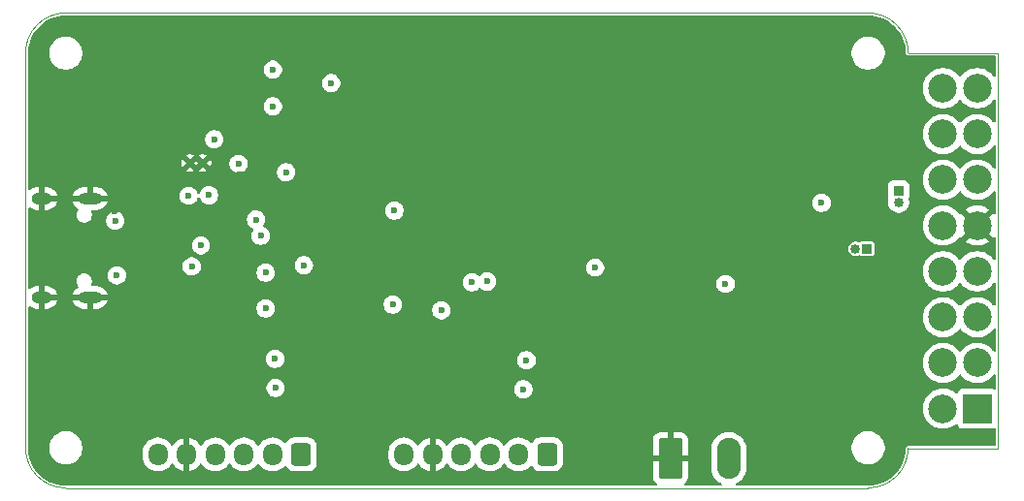
<source format=gbr>
%TF.GenerationSoftware,KiCad,Pcbnew,9.0.2-rc1-202504292220~4c561b3193~ubuntu24.04.1*%
%TF.CreationDate,2025-05-13T23:41:49-03:00*%
%TF.ProjectId,hardware,68617264-7761-4726-952e-6b696361645f,rev?*%
%TF.SameCoordinates,Original*%
%TF.FileFunction,Copper,L2,Inr*%
%TF.FilePolarity,Positive*%
%FSLAX46Y46*%
G04 Gerber Fmt 4.6, Leading zero omitted, Abs format (unit mm)*
G04 Created by KiCad (PCBNEW 9.0.2-rc1-202504292220~4c561b3193~ubuntu24.04.1) date 2025-05-13 23:41:49*
%MOMM*%
%LPD*%
G01*
G04 APERTURE LIST*
G04 Aperture macros list*
%AMRoundRect*
0 Rectangle with rounded corners*
0 $1 Rounding radius*
0 $2 $3 $4 $5 $6 $7 $8 $9 X,Y pos of 4 corners*
0 Add a 4 corners polygon primitive as box body*
4,1,4,$2,$3,$4,$5,$6,$7,$8,$9,$2,$3,0*
0 Add four circle primitives for the rounded corners*
1,1,$1+$1,$2,$3*
1,1,$1+$1,$4,$5*
1,1,$1+$1,$6,$7*
1,1,$1+$1,$8,$9*
0 Add four rect primitives between the rounded corners*
20,1,$1+$1,$2,$3,$4,$5,0*
20,1,$1+$1,$4,$5,$6,$7,0*
20,1,$1+$1,$6,$7,$8,$9,0*
20,1,$1+$1,$8,$9,$2,$3,0*%
G04 Aperture macros list end*
%TA.AperFunction,ComponentPad*%
%ADD10R,2.500000X2.500000*%
%TD*%
%TA.AperFunction,ComponentPad*%
%ADD11C,2.500000*%
%TD*%
%TA.AperFunction,ComponentPad*%
%ADD12RoundRect,0.250000X0.600000X0.725000X-0.600000X0.725000X-0.600000X-0.725000X0.600000X-0.725000X0*%
%TD*%
%TA.AperFunction,ComponentPad*%
%ADD13O,1.700000X1.950000*%
%TD*%
%TA.AperFunction,HeatsinkPad*%
%ADD14C,0.500000*%
%TD*%
%TA.AperFunction,ComponentPad*%
%ADD15O,2.100000X1.000000*%
%TD*%
%TA.AperFunction,ComponentPad*%
%ADD16O,1.800000X1.000000*%
%TD*%
%TA.AperFunction,ComponentPad*%
%ADD17R,0.850000X0.850000*%
%TD*%
%TA.AperFunction,ComponentPad*%
%ADD18O,0.850000X0.850000*%
%TD*%
%TA.AperFunction,ComponentPad*%
%ADD19RoundRect,0.249999X-0.790001X-1.550001X0.790001X-1.550001X0.790001X1.550001X-0.790001X1.550001X0*%
%TD*%
%TA.AperFunction,ComponentPad*%
%ADD20O,2.080000X3.600000*%
%TD*%
%TA.AperFunction,ViaPad*%
%ADD21C,0.600000*%
%TD*%
%TA.AperFunction,Profile*%
%ADD22C,0.050000*%
%TD*%
G04 APERTURE END LIST*
D10*
%TO.N,unconnected-(J3-Pad1)*%
%TO.C,J3*%
X129525000Y-73075000D03*
D11*
%TO.N,unconnected-(J3-Pad2)*%
X129525000Y-69075000D03*
%TO.N,unconnected-(J3-Pad3)*%
X129525000Y-65075000D03*
%TO.N,unconnected-(J3-Pad4)*%
X129525000Y-61075000D03*
%TO.N,GND*%
X129525000Y-57075000D03*
%TO.N,/CANH*%
X129525000Y-53075000D03*
%TO.N,unconnected-(J3-Pad7)*%
X129525000Y-49075000D03*
%TO.N,unconnected-(J3-Pad8)*%
X129525000Y-45075000D03*
%TO.N,unconnected-(J3-Pad9)*%
X126525000Y-73075000D03*
%TO.N,unconnected-(J3-Pad10)*%
X126525000Y-69075000D03*
%TO.N,unconnected-(J3-Pad11)*%
X126525000Y-65075000D03*
%TO.N,unconnected-(J3-Pad12)*%
X126525000Y-61075000D03*
%TO.N,unconnected-(J3-Pad13)*%
X126525000Y-57075000D03*
%TO.N,/CANL*%
X126525000Y-53075000D03*
%TO.N,unconnected-(J3-Pad15)*%
X126525000Y-49075000D03*
%TO.N,unconnected-(J3-Pad16)*%
X126525000Y-45075000D03*
%TD*%
D12*
%TO.N,/MotorA-*%
%TO.C,J4*%
X70550000Y-77067500D03*
D13*
%TO.N,/3.3V*%
X68050000Y-77067500D03*
%TO.N,/PulseA_01*%
X65550000Y-77067500D03*
%TO.N,/PulseA_02*%
X63050000Y-77067500D03*
%TO.N,GND*%
X60550000Y-77067500D03*
%TO.N,/MotorA+*%
X58050000Y-77067500D03*
%TD*%
D14*
%TO.N,GND*%
%TO.C,U4*%
X61950000Y-51600000D03*
X60850000Y-51600000D03*
%TD*%
D15*
%TO.N,GND*%
%TO.C,J1*%
X52125000Y-54720000D03*
D16*
X47925000Y-54720000D03*
D15*
X52125000Y-63360000D03*
D16*
X47925000Y-63360000D03*
%TD*%
D12*
%TO.N,/MotorB-*%
%TO.C,J6*%
X92000000Y-77067500D03*
D13*
%TO.N,/3.3V*%
X89500000Y-77067500D03*
%TO.N,/PulseB_01*%
X87000000Y-77067500D03*
%TO.N,/PulseB_02*%
X84500000Y-77067500D03*
%TO.N,GND*%
X82000000Y-77067500D03*
%TO.N,/MotorB+*%
X79500000Y-77067500D03*
%TD*%
D17*
%TO.N,/CANH*%
%TO.C,J5*%
X122650000Y-54040000D03*
D18*
%TO.N,/CANL*%
X122650000Y-55040000D03*
%TD*%
D17*
%TO.N,Net-(J2-Pin_1)*%
%TO.C,J2*%
X119900000Y-59100000D03*
D18*
%TO.N,/CANL*%
X118900000Y-59100000D03*
%TD*%
D19*
%TO.N,GND*%
%TO.C,J8*%
X102760000Y-77422500D03*
D20*
%TO.N,/V_Motor*%
X107840000Y-77422500D03*
%TD*%
D21*
%TO.N,GND*%
X67460000Y-74090000D03*
%TO.N,/PWM_B1*%
X82780000Y-64470000D03*
X78540000Y-63970000D03*
%TO.N,GND*%
X92080000Y-67910000D03*
%TO.N,/PWM_A1*%
X67440000Y-61195000D03*
X67450000Y-64310000D03*
%TO.N,/PulseA_01*%
X67010000Y-57975000D03*
%TO.N,/PulseA_02*%
X66600000Y-56550000D03*
%TO.N,GND*%
X62240000Y-67290000D03*
%TO.N,/MotorA-*%
X68270000Y-68710000D03*
%TO.N,/MotorA+*%
X68310000Y-71260000D03*
%TO.N,/MotorB+*%
X89930000Y-71390000D03*
%TO.N,/MotorB-*%
X90200000Y-68850000D03*
%TO.N,GND*%
X63782500Y-70607500D03*
X57482500Y-72567500D03*
X85805000Y-70745000D03*
%TO.N,/PulseB_01*%
X86760000Y-61960000D03*
%TO.N,/PulseB_02*%
X85440000Y-62030000D03*
%TO.N,GND*%
X99600000Y-68740000D03*
X89420000Y-74160000D03*
X79310000Y-72720000D03*
X82890000Y-67330000D03*
X114530000Y-76880000D03*
X59825000Y-58800000D03*
X65200000Y-52625000D03*
X86440000Y-51400000D03*
X122300000Y-62340000D03*
X84840000Y-52610000D03*
X111950000Y-49560000D03*
X78190000Y-42130000D03*
X80530000Y-51340000D03*
X86440000Y-49870000D03*
X70830000Y-52580000D03*
X48190000Y-64780000D03*
X54260000Y-66247500D03*
X54450000Y-62825000D03*
X122160000Y-67860000D03*
X116100000Y-53720000D03*
X49890000Y-48510000D03*
X119310000Y-51300000D03*
X52280302Y-53387676D03*
X49030000Y-51920000D03*
X47930000Y-53480000D03*
X53640000Y-75670000D03*
X83590000Y-47010000D03*
X51390556Y-65512763D03*
X84920000Y-47080000D03*
X83420000Y-52580000D03*
X49575000Y-69405000D03*
X61230000Y-46550000D03*
X97950000Y-41200000D03*
X55840000Y-46350000D03*
X67930000Y-41290000D03*
X81900000Y-52480000D03*
X91530000Y-42180000D03*
X109720000Y-72440000D03*
X58110000Y-60760000D03*
X81990000Y-46930000D03*
X112850000Y-41320000D03*
X80570000Y-49830000D03*
X116330000Y-46470000D03*
X53980000Y-73120000D03*
X107520000Y-64250000D03*
X120200000Y-48300000D03*
X54300000Y-55800000D03*
X86420000Y-48640000D03*
X80590000Y-48390000D03*
%TO.N,/5V*%
X62510000Y-54430000D03*
X60998739Y-60646382D03*
X61800000Y-58800000D03*
X54475000Y-61425000D03*
X54325000Y-56650000D03*
X60725000Y-54475000D03*
%TO.N,/3.3V*%
X69220000Y-52415000D03*
X107560300Y-62173766D03*
X115940000Y-55090000D03*
X62960000Y-49540000D03*
X96180000Y-60740000D03*
X65075000Y-51675000D03*
X68070000Y-46670000D03*
X68070000Y-43460000D03*
X73150000Y-44640000D03*
%TO.N,/GPIO0*%
X70780000Y-60550000D03*
X78670000Y-55770000D03*
%TD*%
%TA.AperFunction,Conductor*%
%TO.N,GND*%
G36*
X120003243Y-38700669D02*
G01*
X120338405Y-38718235D01*
X120351313Y-38719592D01*
X120679587Y-38771585D01*
X120692270Y-38774280D01*
X121013332Y-38860309D01*
X121025665Y-38864316D01*
X121335971Y-38983432D01*
X121347807Y-38988701D01*
X121643977Y-39139607D01*
X121655191Y-39146083D01*
X121933943Y-39327106D01*
X121944444Y-39334735D01*
X122202749Y-39543907D01*
X122212394Y-39552592D01*
X122447407Y-39787605D01*
X122456092Y-39797250D01*
X122665264Y-40055555D01*
X122672893Y-40066056D01*
X122853913Y-40344802D01*
X122860399Y-40356035D01*
X123011293Y-40652182D01*
X123016572Y-40664039D01*
X123135681Y-40974329D01*
X123139692Y-40986673D01*
X123225717Y-41307723D01*
X123228415Y-41320419D01*
X123280407Y-41648686D01*
X123281764Y-41661594D01*
X123299330Y-41996756D01*
X123299500Y-42003246D01*
X123299500Y-42039882D01*
X123330024Y-42113574D01*
X123386426Y-42169976D01*
X123460118Y-42200500D01*
X123539882Y-42200500D01*
X131025500Y-42200500D01*
X131092539Y-42220185D01*
X131138294Y-42272989D01*
X131149500Y-42324500D01*
X131149500Y-43951287D01*
X131129815Y-44018326D01*
X131077011Y-44064081D01*
X131007853Y-44074025D01*
X130944297Y-44045000D01*
X130927125Y-44026774D01*
X130843918Y-43918338D01*
X130843911Y-43918330D01*
X130681670Y-43756089D01*
X130681661Y-43756081D01*
X130499617Y-43616392D01*
X130300890Y-43501657D01*
X130300876Y-43501650D01*
X130088887Y-43413842D01*
X129867238Y-43354452D01*
X129829215Y-43349446D01*
X129639741Y-43324500D01*
X129639734Y-43324500D01*
X129410266Y-43324500D01*
X129410258Y-43324500D01*
X129193715Y-43353009D01*
X129182762Y-43354452D01*
X129089076Y-43379554D01*
X128961112Y-43413842D01*
X128749123Y-43501650D01*
X128749109Y-43501657D01*
X128550382Y-43616392D01*
X128368338Y-43756081D01*
X128206081Y-43918338D01*
X128123375Y-44026122D01*
X128066947Y-44067325D01*
X127997201Y-44071479D01*
X127936281Y-44037266D01*
X127926625Y-44026122D01*
X127843918Y-43918338D01*
X127843911Y-43918330D01*
X127681670Y-43756089D01*
X127681661Y-43756081D01*
X127499617Y-43616392D01*
X127300890Y-43501657D01*
X127300876Y-43501650D01*
X127088887Y-43413842D01*
X126867238Y-43354452D01*
X126829215Y-43349446D01*
X126639741Y-43324500D01*
X126639734Y-43324500D01*
X126410266Y-43324500D01*
X126410258Y-43324500D01*
X126193715Y-43353009D01*
X126182762Y-43354452D01*
X126089076Y-43379554D01*
X125961112Y-43413842D01*
X125749123Y-43501650D01*
X125749109Y-43501657D01*
X125550382Y-43616392D01*
X125368338Y-43756081D01*
X125206081Y-43918338D01*
X125066392Y-44100382D01*
X124951657Y-44299109D01*
X124951650Y-44299123D01*
X124863842Y-44511112D01*
X124804453Y-44732759D01*
X124804451Y-44732770D01*
X124774500Y-44960258D01*
X124774500Y-45189741D01*
X124783986Y-45261789D01*
X124804452Y-45417238D01*
X124804453Y-45417240D01*
X124863842Y-45638887D01*
X124951650Y-45850876D01*
X124951657Y-45850890D01*
X125066392Y-46049617D01*
X125206081Y-46231661D01*
X125206089Y-46231670D01*
X125368330Y-46393911D01*
X125368338Y-46393918D01*
X125550382Y-46533607D01*
X125550385Y-46533608D01*
X125550388Y-46533611D01*
X125749112Y-46648344D01*
X125749117Y-46648346D01*
X125749123Y-46648349D01*
X125840480Y-46686190D01*
X125961113Y-46736158D01*
X126182762Y-46795548D01*
X126410266Y-46825500D01*
X126410273Y-46825500D01*
X126639727Y-46825500D01*
X126639734Y-46825500D01*
X126867238Y-46795548D01*
X127088887Y-46736158D01*
X127300888Y-46648344D01*
X127499612Y-46533611D01*
X127681661Y-46393919D01*
X127681665Y-46393914D01*
X127681670Y-46393911D01*
X127843910Y-46231670D01*
X127843919Y-46231661D01*
X127926626Y-46123875D01*
X127983052Y-46082675D01*
X128052799Y-46078520D01*
X128113719Y-46112733D01*
X128123366Y-46123865D01*
X128206081Y-46231661D01*
X128206085Y-46231665D01*
X128206089Y-46231670D01*
X128368330Y-46393911D01*
X128368338Y-46393918D01*
X128550382Y-46533607D01*
X128550385Y-46533608D01*
X128550388Y-46533611D01*
X128749112Y-46648344D01*
X128749117Y-46648346D01*
X128749123Y-46648349D01*
X128840480Y-46686190D01*
X128961113Y-46736158D01*
X129182762Y-46795548D01*
X129410266Y-46825500D01*
X129410273Y-46825500D01*
X129639727Y-46825500D01*
X129639734Y-46825500D01*
X129867238Y-46795548D01*
X130088887Y-46736158D01*
X130300888Y-46648344D01*
X130499612Y-46533611D01*
X130681661Y-46393919D01*
X130681665Y-46393914D01*
X130681670Y-46393911D01*
X130843910Y-46231670D01*
X130843919Y-46231661D01*
X130927127Y-46123222D01*
X130983552Y-46082023D01*
X131053298Y-46077868D01*
X131114219Y-46112081D01*
X131146971Y-46173798D01*
X131149500Y-46198712D01*
X131149500Y-47951287D01*
X131129815Y-48018326D01*
X131077011Y-48064081D01*
X131007853Y-48074025D01*
X130944297Y-48045000D01*
X130927125Y-48026774D01*
X130843918Y-47918338D01*
X130843911Y-47918330D01*
X130681670Y-47756089D01*
X130681661Y-47756081D01*
X130499617Y-47616392D01*
X130300890Y-47501657D01*
X130300876Y-47501650D01*
X130088887Y-47413842D01*
X129867238Y-47354452D01*
X129829215Y-47349446D01*
X129639741Y-47324500D01*
X129639734Y-47324500D01*
X129410266Y-47324500D01*
X129410258Y-47324500D01*
X129193715Y-47353009D01*
X129182762Y-47354452D01*
X129089691Y-47379390D01*
X128961112Y-47413842D01*
X128749123Y-47501650D01*
X128749109Y-47501657D01*
X128550382Y-47616392D01*
X128368338Y-47756081D01*
X128206081Y-47918338D01*
X128123375Y-48026122D01*
X128066947Y-48067325D01*
X127997201Y-48071479D01*
X127936281Y-48037266D01*
X127926625Y-48026122D01*
X127843918Y-47918338D01*
X127843911Y-47918330D01*
X127681670Y-47756089D01*
X127681661Y-47756081D01*
X127499617Y-47616392D01*
X127300890Y-47501657D01*
X127300876Y-47501650D01*
X127088887Y-47413842D01*
X126867238Y-47354452D01*
X126829215Y-47349446D01*
X126639741Y-47324500D01*
X126639734Y-47324500D01*
X126410266Y-47324500D01*
X126410258Y-47324500D01*
X126193715Y-47353009D01*
X126182762Y-47354452D01*
X126089691Y-47379390D01*
X125961112Y-47413842D01*
X125749123Y-47501650D01*
X125749109Y-47501657D01*
X125550382Y-47616392D01*
X125368338Y-47756081D01*
X125206081Y-47918338D01*
X125066392Y-48100382D01*
X124951657Y-48299109D01*
X124951650Y-48299123D01*
X124863842Y-48511112D01*
X124804453Y-48732759D01*
X124804451Y-48732770D01*
X124774500Y-48960258D01*
X124774500Y-49189741D01*
X124789873Y-49306503D01*
X124804452Y-49417238D01*
X124858471Y-49618842D01*
X124863842Y-49638887D01*
X124951650Y-49850876D01*
X124951657Y-49850890D01*
X125066392Y-50049617D01*
X125206081Y-50231661D01*
X125206089Y-50231670D01*
X125368330Y-50393911D01*
X125368338Y-50393918D01*
X125550382Y-50533607D01*
X125550385Y-50533608D01*
X125550388Y-50533611D01*
X125749112Y-50648344D01*
X125749117Y-50648346D01*
X125749123Y-50648349D01*
X125840480Y-50686190D01*
X125961113Y-50736158D01*
X126182762Y-50795548D01*
X126410266Y-50825500D01*
X126410273Y-50825500D01*
X126639727Y-50825500D01*
X126639734Y-50825500D01*
X126867238Y-50795548D01*
X127088887Y-50736158D01*
X127300888Y-50648344D01*
X127499612Y-50533611D01*
X127681661Y-50393919D01*
X127681665Y-50393914D01*
X127681670Y-50393911D01*
X127843910Y-50231670D01*
X127843919Y-50231661D01*
X127926626Y-50123875D01*
X127983052Y-50082675D01*
X128052799Y-50078520D01*
X128113719Y-50112733D01*
X128123366Y-50123865D01*
X128206081Y-50231661D01*
X128206085Y-50231665D01*
X128206089Y-50231670D01*
X128368330Y-50393911D01*
X128368338Y-50393918D01*
X128550382Y-50533607D01*
X128550385Y-50533608D01*
X128550388Y-50533611D01*
X128749112Y-50648344D01*
X128749117Y-50648346D01*
X128749123Y-50648349D01*
X128840480Y-50686190D01*
X128961113Y-50736158D01*
X129182762Y-50795548D01*
X129410266Y-50825500D01*
X129410273Y-50825500D01*
X129639727Y-50825500D01*
X129639734Y-50825500D01*
X129867238Y-50795548D01*
X130088887Y-50736158D01*
X130300888Y-50648344D01*
X130499612Y-50533611D01*
X130681661Y-50393919D01*
X130681665Y-50393914D01*
X130681670Y-50393911D01*
X130843910Y-50231670D01*
X130843919Y-50231661D01*
X130927127Y-50123222D01*
X130983552Y-50082023D01*
X131053298Y-50077868D01*
X131114219Y-50112081D01*
X131146971Y-50173798D01*
X131149500Y-50198712D01*
X131149500Y-51951287D01*
X131129815Y-52018326D01*
X131077011Y-52064081D01*
X131007853Y-52074025D01*
X130944297Y-52045000D01*
X130927125Y-52026774D01*
X130843918Y-51918338D01*
X130843911Y-51918330D01*
X130681670Y-51756089D01*
X130681661Y-51756081D01*
X130499617Y-51616392D01*
X130471223Y-51599999D01*
X130343275Y-51526128D01*
X130300890Y-51501657D01*
X130300876Y-51501650D01*
X130088887Y-51413842D01*
X130050491Y-51403554D01*
X129867238Y-51354452D01*
X129829215Y-51349446D01*
X129639741Y-51324500D01*
X129639734Y-51324500D01*
X129410266Y-51324500D01*
X129410258Y-51324500D01*
X129193715Y-51353009D01*
X129182762Y-51354452D01*
X129089076Y-51379554D01*
X128961112Y-51413842D01*
X128749123Y-51501650D01*
X128749109Y-51501657D01*
X128550382Y-51616392D01*
X128368338Y-51756081D01*
X128206081Y-51918338D01*
X128123375Y-52026122D01*
X128066947Y-52067325D01*
X127997201Y-52071479D01*
X127936281Y-52037266D01*
X127926625Y-52026122D01*
X127843918Y-51918338D01*
X127843911Y-51918330D01*
X127681670Y-51756089D01*
X127681661Y-51756081D01*
X127499617Y-51616392D01*
X127471223Y-51599999D01*
X127343275Y-51526128D01*
X127300890Y-51501657D01*
X127300876Y-51501650D01*
X127088887Y-51413842D01*
X127050491Y-51403554D01*
X126867238Y-51354452D01*
X126829215Y-51349446D01*
X126639741Y-51324500D01*
X126639734Y-51324500D01*
X126410266Y-51324500D01*
X126410258Y-51324500D01*
X126193715Y-51353009D01*
X126182762Y-51354452D01*
X126089076Y-51379554D01*
X125961112Y-51413842D01*
X125749123Y-51501650D01*
X125749109Y-51501657D01*
X125550382Y-51616392D01*
X125368338Y-51756081D01*
X125206081Y-51918338D01*
X125066392Y-52100382D01*
X124951657Y-52299109D01*
X124951650Y-52299123D01*
X124870995Y-52493844D01*
X124863842Y-52511113D01*
X124827031Y-52648497D01*
X124804453Y-52732759D01*
X124804451Y-52732770D01*
X124774500Y-52960258D01*
X124774500Y-53189741D01*
X124798584Y-53372664D01*
X124804452Y-53417238D01*
X124844615Y-53567129D01*
X124863842Y-53638887D01*
X124951650Y-53850876D01*
X124951657Y-53850890D01*
X125066392Y-54049617D01*
X125206081Y-54231661D01*
X125206089Y-54231670D01*
X125368330Y-54393911D01*
X125368338Y-54393918D01*
X125368339Y-54393919D01*
X125371257Y-54396158D01*
X125550382Y-54533607D01*
X125550385Y-54533608D01*
X125550388Y-54533611D01*
X125749112Y-54648344D01*
X125749117Y-54648346D01*
X125749123Y-54648349D01*
X125795998Y-54667765D01*
X125961113Y-54736158D01*
X126182762Y-54795548D01*
X126410266Y-54825500D01*
X126410273Y-54825500D01*
X126639727Y-54825500D01*
X126639734Y-54825500D01*
X126867238Y-54795548D01*
X127088887Y-54736158D01*
X127300888Y-54648344D01*
X127499612Y-54533611D01*
X127681661Y-54393919D01*
X127681665Y-54393914D01*
X127681670Y-54393911D01*
X127843910Y-54231670D01*
X127843919Y-54231661D01*
X127926626Y-54123875D01*
X127983052Y-54082675D01*
X128052799Y-54078520D01*
X128113719Y-54112733D01*
X128123366Y-54123865D01*
X128206081Y-54231661D01*
X128206085Y-54231665D01*
X128206089Y-54231670D01*
X128368330Y-54393911D01*
X128368338Y-54393918D01*
X128368339Y-54393919D01*
X128371257Y-54396158D01*
X128550382Y-54533607D01*
X128550385Y-54533608D01*
X128550388Y-54533611D01*
X128749112Y-54648344D01*
X128749117Y-54648346D01*
X128749123Y-54648349D01*
X128795998Y-54667765D01*
X128961113Y-54736158D01*
X129182762Y-54795548D01*
X129410266Y-54825500D01*
X129410273Y-54825500D01*
X129639727Y-54825500D01*
X129639734Y-54825500D01*
X129867238Y-54795548D01*
X130088887Y-54736158D01*
X130300888Y-54648344D01*
X130499612Y-54533611D01*
X130681661Y-54393919D01*
X130681665Y-54393914D01*
X130681670Y-54393911D01*
X130843910Y-54231670D01*
X130843919Y-54231661D01*
X130927127Y-54123222D01*
X130983552Y-54082023D01*
X131053298Y-54077868D01*
X131114219Y-54112081D01*
X131146971Y-54173798D01*
X131149500Y-54198712D01*
X131149500Y-55952106D01*
X131129815Y-56019145D01*
X131077011Y-56064900D01*
X131007853Y-56074844D01*
X130944297Y-56045819D01*
X130927124Y-56027593D01*
X130926618Y-56026934D01*
X130926617Y-56026934D01*
X130202577Y-56750973D01*
X130189641Y-56719742D01*
X130107563Y-56596903D01*
X130003097Y-56492437D01*
X129880258Y-56410359D01*
X129849023Y-56397421D01*
X130573064Y-55673381D01*
X130573064Y-55673380D01*
X130499331Y-55616805D01*
X130499324Y-55616799D01*
X130300669Y-55502106D01*
X130300659Y-55502102D01*
X130088730Y-55414318D01*
X129867137Y-55354942D01*
X129639710Y-55325001D01*
X129639694Y-55325000D01*
X129410306Y-55325000D01*
X129410289Y-55325001D01*
X129182862Y-55354942D01*
X128961269Y-55414318D01*
X128749340Y-55502102D01*
X128749330Y-55502106D01*
X128550673Y-55616801D01*
X128550659Y-55616810D01*
X128476934Y-55673380D01*
X129200975Y-56397421D01*
X129169742Y-56410359D01*
X129046903Y-56492437D01*
X128942437Y-56596903D01*
X128860359Y-56719742D01*
X128847421Y-56750975D01*
X128123380Y-56026934D01*
X128123112Y-56026951D01*
X128067262Y-56067733D01*
X127997516Y-56071888D01*
X127936596Y-56037676D01*
X127926939Y-56026531D01*
X127852814Y-55929931D01*
X127843919Y-55918339D01*
X127843918Y-55918338D01*
X127843911Y-55918330D01*
X127681670Y-55756089D01*
X127681661Y-55756081D01*
X127499617Y-55616392D01*
X127300890Y-55501657D01*
X127300876Y-55501650D01*
X127088887Y-55413842D01*
X126867238Y-55354452D01*
X126829215Y-55349446D01*
X126639741Y-55324500D01*
X126639734Y-55324500D01*
X126410266Y-55324500D01*
X126410258Y-55324500D01*
X126193715Y-55353009D01*
X126182762Y-55354452D01*
X126089076Y-55379554D01*
X125961112Y-55413842D01*
X125749123Y-55501650D01*
X125749109Y-55501657D01*
X125550382Y-55616392D01*
X125368338Y-55756081D01*
X125206081Y-55918338D01*
X125066392Y-56100382D01*
X124951657Y-56299109D01*
X124951650Y-56299123D01*
X124863842Y-56511112D01*
X124845221Y-56580609D01*
X124805503Y-56728842D01*
X124804453Y-56732759D01*
X124804451Y-56732770D01*
X124774500Y-56960258D01*
X124774500Y-57189741D01*
X124796837Y-57359397D01*
X124804452Y-57417238D01*
X124820791Y-57478217D01*
X124863842Y-57638887D01*
X124951650Y-57850876D01*
X124951657Y-57850890D01*
X125017896Y-57965620D01*
X125055218Y-58030264D01*
X125066392Y-58049617D01*
X125206081Y-58231661D01*
X125206089Y-58231670D01*
X125368330Y-58393911D01*
X125368338Y-58393918D01*
X125550382Y-58533607D01*
X125550385Y-58533608D01*
X125550388Y-58533611D01*
X125749112Y-58648344D01*
X125749117Y-58648346D01*
X125749123Y-58648349D01*
X125836134Y-58684390D01*
X125961113Y-58736158D01*
X126182762Y-58795548D01*
X126410266Y-58825500D01*
X126410273Y-58825500D01*
X126639727Y-58825500D01*
X126639734Y-58825500D01*
X126867238Y-58795548D01*
X127088887Y-58736158D01*
X127300888Y-58648344D01*
X127499612Y-58533611D01*
X127681661Y-58393919D01*
X127681665Y-58393914D01*
X127681670Y-58393911D01*
X127843911Y-58231670D01*
X127843916Y-58231664D01*
X127843919Y-58231661D01*
X127926940Y-58123466D01*
X127983366Y-58082265D01*
X128053112Y-58078110D01*
X128114032Y-58112322D01*
X128123337Y-58123061D01*
X128123381Y-58123064D01*
X128847421Y-57399024D01*
X128860359Y-57430258D01*
X128942437Y-57553097D01*
X129046903Y-57657563D01*
X129169742Y-57739641D01*
X129200974Y-57752578D01*
X128476934Y-58476617D01*
X128476934Y-58476618D01*
X128550666Y-58533194D01*
X128749330Y-58647893D01*
X128749340Y-58647897D01*
X128961269Y-58735681D01*
X129182862Y-58795057D01*
X129410289Y-58824998D01*
X129410306Y-58825000D01*
X129639694Y-58825000D01*
X129639710Y-58824998D01*
X129867137Y-58795057D01*
X130088730Y-58735681D01*
X130300659Y-58647897D01*
X130300668Y-58647893D01*
X130499327Y-58533197D01*
X130499334Y-58533192D01*
X130573064Y-58476617D01*
X129849025Y-57752578D01*
X129880258Y-57739641D01*
X130003097Y-57657563D01*
X130107563Y-57553097D01*
X130189641Y-57430258D01*
X130202578Y-57399025D01*
X130926617Y-58123064D01*
X130927124Y-58122405D01*
X130983552Y-58081202D01*
X131053298Y-58077047D01*
X131114218Y-58111259D01*
X131146971Y-58172976D01*
X131149500Y-58197891D01*
X131149500Y-59951287D01*
X131129815Y-60018326D01*
X131077011Y-60064081D01*
X131007853Y-60074025D01*
X130944297Y-60045000D01*
X130927125Y-60026774D01*
X130869201Y-59951287D01*
X130843919Y-59918339D01*
X130843918Y-59918338D01*
X130843911Y-59918330D01*
X130681670Y-59756089D01*
X130681661Y-59756081D01*
X130499617Y-59616392D01*
X130476821Y-59603231D01*
X130300888Y-59501656D01*
X130300876Y-59501650D01*
X130088887Y-59413842D01*
X129867238Y-59354452D01*
X129829215Y-59349446D01*
X129639741Y-59324500D01*
X129639734Y-59324500D01*
X129410266Y-59324500D01*
X129410258Y-59324500D01*
X129193715Y-59353009D01*
X129182762Y-59354452D01*
X129089076Y-59379554D01*
X128961112Y-59413842D01*
X128749123Y-59501650D01*
X128749109Y-59501657D01*
X128550382Y-59616392D01*
X128368338Y-59756081D01*
X128206081Y-59918338D01*
X128123375Y-60026122D01*
X128066947Y-60067325D01*
X127997201Y-60071479D01*
X127936281Y-60037266D01*
X127926625Y-60026122D01*
X127865264Y-59946156D01*
X127843919Y-59918339D01*
X127843918Y-59918338D01*
X127843911Y-59918330D01*
X127681670Y-59756089D01*
X127681661Y-59756081D01*
X127499617Y-59616392D01*
X127476821Y-59603231D01*
X127300888Y-59501656D01*
X127300876Y-59501650D01*
X127088887Y-59413842D01*
X126867238Y-59354452D01*
X126829215Y-59349446D01*
X126639741Y-59324500D01*
X126639734Y-59324500D01*
X126410266Y-59324500D01*
X126410258Y-59324500D01*
X126193715Y-59353009D01*
X126182762Y-59354452D01*
X126089076Y-59379554D01*
X125961112Y-59413842D01*
X125749123Y-59501650D01*
X125749109Y-59501657D01*
X125550382Y-59616392D01*
X125368338Y-59756081D01*
X125206081Y-59918338D01*
X125066392Y-60100382D01*
X124951657Y-60299109D01*
X124951650Y-60299123D01*
X124863842Y-60511112D01*
X124804453Y-60732759D01*
X124804451Y-60732770D01*
X124774500Y-60960258D01*
X124774500Y-61189741D01*
X124796360Y-61355772D01*
X124804452Y-61417238D01*
X124848285Y-61580827D01*
X124863842Y-61638887D01*
X124951650Y-61850876D01*
X124951657Y-61850890D01*
X125003257Y-61940264D01*
X125064757Y-62046786D01*
X125066392Y-62049617D01*
X125206081Y-62231661D01*
X125206089Y-62231670D01*
X125368330Y-62393911D01*
X125368338Y-62393918D01*
X125368339Y-62393919D01*
X125388217Y-62409172D01*
X125550382Y-62533607D01*
X125550385Y-62533608D01*
X125550388Y-62533611D01*
X125749112Y-62648344D01*
X125749117Y-62648346D01*
X125749123Y-62648349D01*
X125799921Y-62669390D01*
X125961113Y-62736158D01*
X126182762Y-62795548D01*
X126410266Y-62825500D01*
X126410273Y-62825500D01*
X126639727Y-62825500D01*
X126639734Y-62825500D01*
X126867238Y-62795548D01*
X127088887Y-62736158D01*
X127300888Y-62648344D01*
X127499612Y-62533611D01*
X127681661Y-62393919D01*
X127681665Y-62393914D01*
X127681670Y-62393911D01*
X127843910Y-62231670D01*
X127843919Y-62231661D01*
X127926626Y-62123875D01*
X127983052Y-62082675D01*
X128052799Y-62078520D01*
X128113719Y-62112733D01*
X128123366Y-62123865D01*
X128206081Y-62231661D01*
X128206085Y-62231665D01*
X128206089Y-62231670D01*
X128368330Y-62393911D01*
X128368338Y-62393918D01*
X128368339Y-62393919D01*
X128388217Y-62409172D01*
X128550382Y-62533607D01*
X128550385Y-62533608D01*
X128550388Y-62533611D01*
X128749112Y-62648344D01*
X128749117Y-62648346D01*
X128749123Y-62648349D01*
X128799921Y-62669390D01*
X128961113Y-62736158D01*
X129182762Y-62795548D01*
X129410266Y-62825500D01*
X129410273Y-62825500D01*
X129639727Y-62825500D01*
X129639734Y-62825500D01*
X129867238Y-62795548D01*
X130088887Y-62736158D01*
X130300888Y-62648344D01*
X130499612Y-62533611D01*
X130681661Y-62393919D01*
X130681665Y-62393914D01*
X130681670Y-62393911D01*
X130843910Y-62231670D01*
X130843919Y-62231661D01*
X130927127Y-62123222D01*
X130983552Y-62082023D01*
X131053298Y-62077868D01*
X131114219Y-62112081D01*
X131146971Y-62173798D01*
X131149500Y-62198712D01*
X131149500Y-63951287D01*
X131129815Y-64018326D01*
X131077011Y-64064081D01*
X131007853Y-64074025D01*
X130944297Y-64045000D01*
X130927125Y-64026774D01*
X130843918Y-63918338D01*
X130843911Y-63918330D01*
X130681670Y-63756089D01*
X130681661Y-63756081D01*
X130499617Y-63616392D01*
X130300890Y-63501657D01*
X130300876Y-63501650D01*
X130088887Y-63413842D01*
X130035346Y-63399496D01*
X129867238Y-63354452D01*
X129819826Y-63348210D01*
X129639741Y-63324500D01*
X129639734Y-63324500D01*
X129410266Y-63324500D01*
X129410258Y-63324500D01*
X129193715Y-63353009D01*
X129182762Y-63354452D01*
X129089076Y-63379554D01*
X128961112Y-63413842D01*
X128749123Y-63501650D01*
X128749109Y-63501657D01*
X128550382Y-63616392D01*
X128368338Y-63756081D01*
X128206081Y-63918338D01*
X128123375Y-64026122D01*
X128066947Y-64067325D01*
X127997201Y-64071479D01*
X127936281Y-64037266D01*
X127926625Y-64026122D01*
X127843918Y-63918338D01*
X127843911Y-63918330D01*
X127681670Y-63756089D01*
X127681661Y-63756081D01*
X127499617Y-63616392D01*
X127300890Y-63501657D01*
X127300876Y-63501650D01*
X127088887Y-63413842D01*
X127035346Y-63399496D01*
X126867238Y-63354452D01*
X126819826Y-63348210D01*
X126639741Y-63324500D01*
X126639734Y-63324500D01*
X126410266Y-63324500D01*
X126410258Y-63324500D01*
X126193715Y-63353009D01*
X126182762Y-63354452D01*
X126089076Y-63379554D01*
X125961112Y-63413842D01*
X125749123Y-63501650D01*
X125749109Y-63501657D01*
X125550382Y-63616392D01*
X125368338Y-63756081D01*
X125206081Y-63918338D01*
X125066392Y-64100382D01*
X124951657Y-64299109D01*
X124951650Y-64299123D01*
X124863842Y-64511112D01*
X124842226Y-64591786D01*
X124812293Y-64703501D01*
X124804453Y-64732759D01*
X124804451Y-64732770D01*
X124774500Y-64960258D01*
X124774500Y-65189741D01*
X124781083Y-65239738D01*
X124804452Y-65417238D01*
X124804453Y-65417240D01*
X124863842Y-65638887D01*
X124951650Y-65850876D01*
X124951657Y-65850890D01*
X125066392Y-66049617D01*
X125206081Y-66231661D01*
X125206089Y-66231670D01*
X125368330Y-66393911D01*
X125368338Y-66393918D01*
X125550382Y-66533607D01*
X125550385Y-66533608D01*
X125550388Y-66533611D01*
X125749112Y-66648344D01*
X125749117Y-66648346D01*
X125749123Y-66648349D01*
X125840480Y-66686190D01*
X125961113Y-66736158D01*
X126182762Y-66795548D01*
X126410266Y-66825500D01*
X126410273Y-66825500D01*
X126639727Y-66825500D01*
X126639734Y-66825500D01*
X126867238Y-66795548D01*
X127088887Y-66736158D01*
X127300888Y-66648344D01*
X127499612Y-66533611D01*
X127681661Y-66393919D01*
X127681665Y-66393914D01*
X127681670Y-66393911D01*
X127843910Y-66231670D01*
X127843919Y-66231661D01*
X127926626Y-66123875D01*
X127983052Y-66082675D01*
X128052799Y-66078520D01*
X128113719Y-66112733D01*
X128123366Y-66123865D01*
X128206081Y-66231661D01*
X128206085Y-66231665D01*
X128206089Y-66231670D01*
X128368330Y-66393911D01*
X128368338Y-66393918D01*
X128550382Y-66533607D01*
X128550385Y-66533608D01*
X128550388Y-66533611D01*
X128749112Y-66648344D01*
X128749117Y-66648346D01*
X128749123Y-66648349D01*
X128840480Y-66686190D01*
X128961113Y-66736158D01*
X129182762Y-66795548D01*
X129410266Y-66825500D01*
X129410273Y-66825500D01*
X129639727Y-66825500D01*
X129639734Y-66825500D01*
X129867238Y-66795548D01*
X130088887Y-66736158D01*
X130300888Y-66648344D01*
X130499612Y-66533611D01*
X130681661Y-66393919D01*
X130681665Y-66393914D01*
X130681670Y-66393911D01*
X130843910Y-66231670D01*
X130843919Y-66231661D01*
X130927127Y-66123222D01*
X130983552Y-66082023D01*
X131053298Y-66077868D01*
X131114219Y-66112081D01*
X131146971Y-66173798D01*
X131149500Y-66198712D01*
X131149500Y-67951287D01*
X131129815Y-68018326D01*
X131077011Y-68064081D01*
X131007853Y-68074025D01*
X130944297Y-68045000D01*
X130927125Y-68026774D01*
X130843918Y-67918338D01*
X130843911Y-67918330D01*
X130681670Y-67756089D01*
X130681661Y-67756081D01*
X130499617Y-67616392D01*
X130300890Y-67501657D01*
X130300876Y-67501650D01*
X130088887Y-67413842D01*
X129867238Y-67354452D01*
X129829215Y-67349446D01*
X129639741Y-67324500D01*
X129639734Y-67324500D01*
X129410266Y-67324500D01*
X129410258Y-67324500D01*
X129193715Y-67353009D01*
X129182762Y-67354452D01*
X129089076Y-67379554D01*
X128961112Y-67413842D01*
X128749123Y-67501650D01*
X128749109Y-67501657D01*
X128550382Y-67616392D01*
X128368338Y-67756081D01*
X128206081Y-67918338D01*
X128123375Y-68026122D01*
X128066947Y-68067325D01*
X127997201Y-68071479D01*
X127936281Y-68037266D01*
X127926625Y-68026122D01*
X127843918Y-67918338D01*
X127843911Y-67918330D01*
X127681670Y-67756089D01*
X127681661Y-67756081D01*
X127499617Y-67616392D01*
X127300890Y-67501657D01*
X127300876Y-67501650D01*
X127088887Y-67413842D01*
X126867238Y-67354452D01*
X126829215Y-67349446D01*
X126639741Y-67324500D01*
X126639734Y-67324500D01*
X126410266Y-67324500D01*
X126410258Y-67324500D01*
X126193715Y-67353009D01*
X126182762Y-67354452D01*
X126089076Y-67379554D01*
X125961112Y-67413842D01*
X125749123Y-67501650D01*
X125749109Y-67501657D01*
X125550382Y-67616392D01*
X125368338Y-67756081D01*
X125206081Y-67918338D01*
X125066392Y-68100382D01*
X124951657Y-68299109D01*
X124951650Y-68299123D01*
X124863842Y-68511112D01*
X124804453Y-68732759D01*
X124804451Y-68732770D01*
X124774500Y-68960258D01*
X124774500Y-69189741D01*
X124793202Y-69331786D01*
X124804452Y-69417238D01*
X124821199Y-69479738D01*
X124863842Y-69638887D01*
X124951650Y-69850876D01*
X124951657Y-69850890D01*
X125066392Y-70049617D01*
X125206081Y-70231661D01*
X125206089Y-70231670D01*
X125368330Y-70393911D01*
X125368338Y-70393918D01*
X125550382Y-70533607D01*
X125550385Y-70533608D01*
X125550388Y-70533611D01*
X125749112Y-70648344D01*
X125749117Y-70648346D01*
X125749123Y-70648349D01*
X125826989Y-70680602D01*
X125961113Y-70736158D01*
X126182762Y-70795548D01*
X126410266Y-70825500D01*
X126410273Y-70825500D01*
X126639727Y-70825500D01*
X126639734Y-70825500D01*
X126867238Y-70795548D01*
X127088887Y-70736158D01*
X127300888Y-70648344D01*
X127499612Y-70533611D01*
X127681661Y-70393919D01*
X127681665Y-70393914D01*
X127681670Y-70393911D01*
X127843910Y-70231670D01*
X127843919Y-70231661D01*
X127926626Y-70123875D01*
X127983052Y-70082675D01*
X128052799Y-70078520D01*
X128113719Y-70112733D01*
X128123366Y-70123865D01*
X128206081Y-70231661D01*
X128206085Y-70231665D01*
X128206089Y-70231670D01*
X128368330Y-70393911D01*
X128368338Y-70393918D01*
X128550382Y-70533607D01*
X128550385Y-70533608D01*
X128550388Y-70533611D01*
X128749112Y-70648344D01*
X128749117Y-70648346D01*
X128749123Y-70648349D01*
X128826989Y-70680602D01*
X128961113Y-70736158D01*
X129182762Y-70795548D01*
X129410266Y-70825500D01*
X129410273Y-70825500D01*
X129639727Y-70825500D01*
X129639734Y-70825500D01*
X129867238Y-70795548D01*
X130088887Y-70736158D01*
X130300888Y-70648344D01*
X130499612Y-70533611D01*
X130681661Y-70393919D01*
X130681665Y-70393914D01*
X130681670Y-70393911D01*
X130843910Y-70231670D01*
X130843919Y-70231661D01*
X130927127Y-70123222D01*
X130983552Y-70082023D01*
X131053298Y-70077868D01*
X131114219Y-70112081D01*
X131146971Y-70173798D01*
X131149500Y-70198712D01*
X131149500Y-71251906D01*
X131129815Y-71318945D01*
X131077011Y-71364700D01*
X131007853Y-71374644D01*
X130982167Y-71368088D01*
X130882482Y-71330908D01*
X130882483Y-71330908D01*
X130822883Y-71324501D01*
X130822881Y-71324500D01*
X130822873Y-71324500D01*
X130822864Y-71324500D01*
X128227129Y-71324500D01*
X128227123Y-71324501D01*
X128167516Y-71330908D01*
X128032671Y-71381202D01*
X128032664Y-71381206D01*
X127917455Y-71467452D01*
X127917452Y-71467455D01*
X127831206Y-71582664D01*
X127831202Y-71582671D01*
X127806252Y-71649567D01*
X127764381Y-71705501D01*
X127698916Y-71729918D01*
X127630643Y-71715066D01*
X127614584Y-71704610D01*
X127499616Y-71616392D01*
X127499615Y-71616391D01*
X127499612Y-71616389D01*
X127300888Y-71501656D01*
X127300876Y-71501650D01*
X127088887Y-71413842D01*
X126867238Y-71354452D01*
X126829215Y-71349446D01*
X126639741Y-71324500D01*
X126639734Y-71324500D01*
X126410266Y-71324500D01*
X126410258Y-71324500D01*
X126193715Y-71353009D01*
X126182762Y-71354452D01*
X126107404Y-71374644D01*
X125961112Y-71413842D01*
X125749123Y-71501650D01*
X125749109Y-71501657D01*
X125550382Y-71616392D01*
X125368338Y-71756081D01*
X125206081Y-71918338D01*
X125066392Y-72100382D01*
X124951657Y-72299109D01*
X124951650Y-72299123D01*
X124863842Y-72511112D01*
X124804453Y-72732759D01*
X124804451Y-72732770D01*
X124774500Y-72960258D01*
X124774500Y-73189741D01*
X124799446Y-73379215D01*
X124804452Y-73417238D01*
X124804453Y-73417240D01*
X124863842Y-73638887D01*
X124951650Y-73850876D01*
X124951657Y-73850890D01*
X125066392Y-74049617D01*
X125206081Y-74231661D01*
X125206089Y-74231670D01*
X125368330Y-74393911D01*
X125368338Y-74393918D01*
X125550382Y-74533607D01*
X125550385Y-74533608D01*
X125550388Y-74533611D01*
X125749112Y-74648344D01*
X125749117Y-74648346D01*
X125749123Y-74648349D01*
X125831678Y-74682544D01*
X125961113Y-74736158D01*
X126182762Y-74795548D01*
X126399312Y-74824057D01*
X126410250Y-74825498D01*
X126410266Y-74825500D01*
X126410273Y-74825500D01*
X126639727Y-74825500D01*
X126639734Y-74825500D01*
X126867238Y-74795548D01*
X127088887Y-74736158D01*
X127300888Y-74648344D01*
X127499612Y-74533611D01*
X127614583Y-74445389D01*
X127679752Y-74420195D01*
X127748197Y-74434233D01*
X127798187Y-74483047D01*
X127806252Y-74500432D01*
X127831202Y-74567328D01*
X127831206Y-74567335D01*
X127917452Y-74682544D01*
X127917455Y-74682547D01*
X128032664Y-74768793D01*
X128032671Y-74768797D01*
X128167517Y-74819091D01*
X128167516Y-74819091D01*
X128174444Y-74819835D01*
X128227127Y-74825500D01*
X130822872Y-74825499D01*
X130882483Y-74819091D01*
X130982168Y-74781910D01*
X131051858Y-74776927D01*
X131113181Y-74810412D01*
X131146666Y-74871735D01*
X131149500Y-74898093D01*
X131149500Y-76225500D01*
X131129815Y-76292539D01*
X131077011Y-76338294D01*
X131025500Y-76349500D01*
X123501422Y-76349500D01*
X123462629Y-76348946D01*
X123461236Y-76349500D01*
X123460117Y-76349500D01*
X123434239Y-76360218D01*
X123432605Y-76360881D01*
X123388515Y-76378411D01*
X123388514Y-76378411D01*
X123388508Y-76378414D01*
X123387167Y-76379716D01*
X123386426Y-76380024D01*
X123371807Y-76394641D01*
X123371142Y-76395288D01*
X123371110Y-76395321D01*
X123331307Y-76434003D01*
X123331307Y-76434004D01*
X123330444Y-76436005D01*
X123330024Y-76436426D01*
X123324159Y-76450582D01*
X123323781Y-76451461D01*
X123323779Y-76451462D01*
X123299734Y-76507248D01*
X123299733Y-76507250D01*
X123299733Y-76507253D01*
X123299698Y-76509637D01*
X123299500Y-76510118D01*
X123299500Y-76523554D01*
X123299487Y-76524464D01*
X123299209Y-76543901D01*
X123298951Y-76550327D01*
X123276960Y-76882185D01*
X123275445Y-76894957D01*
X123219746Y-77219565D01*
X123216916Y-77232111D01*
X123127895Y-77549195D01*
X123123781Y-77561381D01*
X123002393Y-77867543D01*
X122997039Y-77879237D01*
X122844592Y-78171178D01*
X122838059Y-78182248D01*
X122785796Y-78261156D01*
X122656185Y-78456839D01*
X122648536Y-78467178D01*
X122439209Y-78721439D01*
X122430531Y-78730931D01*
X122195987Y-78962148D01*
X122186372Y-78970690D01*
X121929141Y-79176368D01*
X121918693Y-79183868D01*
X121641545Y-79361793D01*
X121630376Y-79368171D01*
X121336288Y-79516433D01*
X121324518Y-79521619D01*
X121016648Y-79638623D01*
X121004406Y-79642563D01*
X120686080Y-79727047D01*
X120673494Y-79729697D01*
X120348126Y-79780754D01*
X120335334Y-79782086D01*
X120003216Y-79799333D01*
X119996785Y-79799500D01*
X108576201Y-79799500D01*
X108509162Y-79779815D01*
X108463407Y-79727011D01*
X108453463Y-79657853D01*
X108482488Y-79594297D01*
X108519906Y-79565015D01*
X108540058Y-79554746D01*
X108647398Y-79500054D01*
X108843569Y-79357528D01*
X109015028Y-79186069D01*
X109157554Y-78989898D01*
X109267638Y-78773847D01*
X109342568Y-78543235D01*
X109367597Y-78385210D01*
X109380500Y-78303745D01*
X109380500Y-76541254D01*
X109358186Y-76400369D01*
X109355884Y-76385837D01*
X118549500Y-76385837D01*
X118549500Y-76614162D01*
X118585215Y-76839660D01*
X118655770Y-77056803D01*
X118745095Y-77232111D01*
X118759421Y-77260228D01*
X118893621Y-77444937D01*
X119055063Y-77606379D01*
X119239772Y-77740579D01*
X119330818Y-77786969D01*
X119443196Y-77844229D01*
X119443198Y-77844229D01*
X119443201Y-77844231D01*
X119533371Y-77873529D01*
X119660339Y-77914784D01*
X119885838Y-77950500D01*
X119885843Y-77950500D01*
X120114162Y-77950500D01*
X120339660Y-77914784D01*
X120384175Y-77900320D01*
X120556799Y-77844231D01*
X120760228Y-77740579D01*
X120944937Y-77606379D01*
X121106379Y-77444937D01*
X121240579Y-77260228D01*
X121344231Y-77056799D01*
X121414784Y-76839660D01*
X121424892Y-76775843D01*
X121450500Y-76614162D01*
X121450500Y-76385837D01*
X121414784Y-76160339D01*
X121344229Y-75943196D01*
X121282745Y-75822528D01*
X121240579Y-75739772D01*
X121106379Y-75555063D01*
X120944937Y-75393621D01*
X120760228Y-75259421D01*
X120556803Y-75155770D01*
X120339660Y-75085215D01*
X120114162Y-75049500D01*
X120114157Y-75049500D01*
X119885843Y-75049500D01*
X119885838Y-75049500D01*
X119660339Y-75085215D01*
X119443196Y-75155770D01*
X119239771Y-75259421D01*
X119055061Y-75393622D01*
X118893622Y-75555061D01*
X118759421Y-75739771D01*
X118655770Y-75943196D01*
X118585215Y-76160339D01*
X118549500Y-76385837D01*
X109355884Y-76385837D01*
X109342568Y-76301764D01*
X109267639Y-76071155D01*
X109263338Y-76062713D01*
X109157554Y-75855102D01*
X109108403Y-75787451D01*
X109015033Y-75658937D01*
X109015029Y-75658932D01*
X108843567Y-75487470D01*
X108843562Y-75487466D01*
X108647401Y-75344948D01*
X108647400Y-75344947D01*
X108647398Y-75344946D01*
X108479547Y-75259421D01*
X108431344Y-75234860D01*
X108200736Y-75159932D01*
X107961245Y-75122000D01*
X107961240Y-75122000D01*
X107718760Y-75122000D01*
X107718755Y-75122000D01*
X107479263Y-75159932D01*
X107248655Y-75234860D01*
X107032598Y-75344948D01*
X106836437Y-75487466D01*
X106836432Y-75487470D01*
X106664970Y-75658932D01*
X106664966Y-75658937D01*
X106522448Y-75855098D01*
X106412360Y-76071155D01*
X106337432Y-76301763D01*
X106299500Y-76541254D01*
X106299500Y-78303745D01*
X106337432Y-78543236D01*
X106412360Y-78773844D01*
X106412362Y-78773847D01*
X106521530Y-78988101D01*
X106522448Y-78989901D01*
X106664966Y-79186062D01*
X106664970Y-79186067D01*
X106836432Y-79357529D01*
X106836437Y-79357533D01*
X106951106Y-79440844D01*
X107032602Y-79500054D01*
X107131647Y-79550520D01*
X107160094Y-79565015D01*
X107210890Y-79612990D01*
X107227685Y-79680811D01*
X107205147Y-79746946D01*
X107150432Y-79790397D01*
X107103799Y-79799500D01*
X104075101Y-79799500D01*
X104008062Y-79779815D01*
X103962307Y-79727011D01*
X103952363Y-79657853D01*
X103981388Y-79594297D01*
X104010002Y-79569962D01*
X104018345Y-79564815D01*
X104142316Y-79440844D01*
X104142319Y-79440840D01*
X104234354Y-79291630D01*
X104234359Y-79291619D01*
X104289505Y-79125197D01*
X104299999Y-79022486D01*
X104300000Y-79022473D01*
X104300000Y-77672500D01*
X103414121Y-77672500D01*
X103433099Y-77626682D01*
X103460000Y-77491444D01*
X103460000Y-77353556D01*
X103433099Y-77218318D01*
X103414121Y-77172500D01*
X104299999Y-77172500D01*
X104299999Y-75822528D01*
X104299998Y-75822513D01*
X104289505Y-75719803D01*
X104289505Y-75719801D01*
X104234359Y-75553380D01*
X104234354Y-75553369D01*
X104142319Y-75404159D01*
X104142316Y-75404155D01*
X104018344Y-75280183D01*
X104018340Y-75280180D01*
X103869130Y-75188145D01*
X103869119Y-75188140D01*
X103702697Y-75132994D01*
X103599986Y-75122500D01*
X103010000Y-75122500D01*
X103010000Y-76768379D01*
X102964182Y-76749401D01*
X102828944Y-76722500D01*
X102691056Y-76722500D01*
X102555818Y-76749401D01*
X102510000Y-76768379D01*
X102510000Y-75122500D01*
X101920028Y-75122500D01*
X101920012Y-75122501D01*
X101817303Y-75132994D01*
X101817301Y-75132994D01*
X101650880Y-75188140D01*
X101650869Y-75188145D01*
X101501659Y-75280180D01*
X101501655Y-75280183D01*
X101377683Y-75404155D01*
X101377680Y-75404159D01*
X101285645Y-75553369D01*
X101285640Y-75553380D01*
X101230494Y-75719802D01*
X101220000Y-75822513D01*
X101220000Y-77172500D01*
X102105879Y-77172500D01*
X102086901Y-77218318D01*
X102060000Y-77353556D01*
X102060000Y-77491444D01*
X102086901Y-77626682D01*
X102105879Y-77672500D01*
X101220001Y-77672500D01*
X101220001Y-79022486D01*
X101230494Y-79125196D01*
X101230494Y-79125198D01*
X101285640Y-79291619D01*
X101285645Y-79291630D01*
X101377680Y-79440840D01*
X101377683Y-79440844D01*
X101501654Y-79564815D01*
X101509998Y-79569962D01*
X101556721Y-79621911D01*
X101567942Y-79690874D01*
X101540098Y-79754956D01*
X101482028Y-79793811D01*
X101444899Y-79799500D01*
X50003246Y-79799500D01*
X49996756Y-79799330D01*
X49661594Y-79781764D01*
X49648686Y-79780407D01*
X49320419Y-79728415D01*
X49307723Y-79725717D01*
X48986673Y-79639692D01*
X48974329Y-79635681D01*
X48664039Y-79516572D01*
X48652182Y-79511293D01*
X48630124Y-79500054D01*
X48356029Y-79360395D01*
X48344802Y-79353913D01*
X48082956Y-79183868D01*
X48066056Y-79172893D01*
X48055555Y-79165264D01*
X47797250Y-78956092D01*
X47787605Y-78947407D01*
X47552592Y-78712394D01*
X47543907Y-78702749D01*
X47334735Y-78444444D01*
X47327106Y-78433943D01*
X47295460Y-78385212D01*
X47146083Y-78155191D01*
X47139607Y-78143977D01*
X46988701Y-77847807D01*
X46983432Y-77835971D01*
X46864316Y-77525665D01*
X46860307Y-77513326D01*
X46842694Y-77447595D01*
X46774280Y-77192270D01*
X46771584Y-77179580D01*
X46757555Y-77091006D01*
X46719592Y-76851313D01*
X46718235Y-76838405D01*
X46700670Y-76503243D01*
X46700500Y-76496753D01*
X46700500Y-76385837D01*
X48549500Y-76385837D01*
X48549500Y-76614162D01*
X48585215Y-76839660D01*
X48655770Y-77056803D01*
X48745095Y-77232111D01*
X48759421Y-77260228D01*
X48893621Y-77444937D01*
X49055063Y-77606379D01*
X49239772Y-77740579D01*
X49330818Y-77786969D01*
X49443196Y-77844229D01*
X49443198Y-77844229D01*
X49443201Y-77844231D01*
X49533371Y-77873529D01*
X49660339Y-77914784D01*
X49885838Y-77950500D01*
X49885843Y-77950500D01*
X50114162Y-77950500D01*
X50339660Y-77914784D01*
X50384175Y-77900320D01*
X50556799Y-77844231D01*
X50760228Y-77740579D01*
X50944937Y-77606379D01*
X51106379Y-77444937D01*
X51240579Y-77260228D01*
X51344231Y-77056799D01*
X51414784Y-76839660D01*
X51415330Y-76836213D01*
X56699500Y-76836213D01*
X56699500Y-77298786D01*
X56715567Y-77400233D01*
X56732754Y-77508743D01*
X56764477Y-77606377D01*
X56798444Y-77710914D01*
X56894951Y-77900320D01*
X57019890Y-78072286D01*
X57170213Y-78222609D01*
X57342179Y-78347548D01*
X57342181Y-78347549D01*
X57342184Y-78347551D01*
X57531588Y-78444057D01*
X57733757Y-78509746D01*
X57943713Y-78543000D01*
X57943714Y-78543000D01*
X58156286Y-78543000D01*
X58156287Y-78543000D01*
X58366243Y-78509746D01*
X58568412Y-78444057D01*
X58757816Y-78347551D01*
X58818117Y-78303740D01*
X58929786Y-78222609D01*
X58929788Y-78222606D01*
X58929792Y-78222604D01*
X59080104Y-78072292D01*
X59199991Y-77907279D01*
X59255320Y-77864615D01*
X59324933Y-77858636D01*
X59386729Y-77891241D01*
X59400627Y-77907281D01*
X59520272Y-78071959D01*
X59520276Y-78071964D01*
X59670535Y-78222223D01*
X59670540Y-78222227D01*
X59842442Y-78347120D01*
X60031782Y-78443595D01*
X60233871Y-78509257D01*
X60300000Y-78519731D01*
X60300000Y-77471645D01*
X60366657Y-77510130D01*
X60487465Y-77542500D01*
X60612535Y-77542500D01*
X60733343Y-77510130D01*
X60800000Y-77471645D01*
X60800000Y-78519730D01*
X60866126Y-78509257D01*
X60866129Y-78509257D01*
X61068217Y-78443595D01*
X61257557Y-78347120D01*
X61429459Y-78222227D01*
X61429464Y-78222223D01*
X61579721Y-78071966D01*
X61699371Y-77907281D01*
X61754701Y-77864615D01*
X61824314Y-77858636D01*
X61886110Y-77891241D01*
X61900008Y-77907281D01*
X62019890Y-78072285D01*
X62019894Y-78072290D01*
X62170213Y-78222609D01*
X62342179Y-78347548D01*
X62342181Y-78347549D01*
X62342184Y-78347551D01*
X62531588Y-78444057D01*
X62733757Y-78509746D01*
X62943713Y-78543000D01*
X62943714Y-78543000D01*
X63156286Y-78543000D01*
X63156287Y-78543000D01*
X63366243Y-78509746D01*
X63568412Y-78444057D01*
X63757816Y-78347551D01*
X63818117Y-78303740D01*
X63929786Y-78222609D01*
X63929788Y-78222606D01*
X63929792Y-78222604D01*
X64080104Y-78072292D01*
X64199683Y-77907704D01*
X64255011Y-77865040D01*
X64324624Y-77859061D01*
X64386420Y-77891666D01*
X64400313Y-77907699D01*
X64498492Y-78042832D01*
X64519896Y-78072292D01*
X64670213Y-78222609D01*
X64842179Y-78347548D01*
X64842181Y-78347549D01*
X64842184Y-78347551D01*
X65031588Y-78444057D01*
X65233757Y-78509746D01*
X65443713Y-78543000D01*
X65443714Y-78543000D01*
X65656286Y-78543000D01*
X65656287Y-78543000D01*
X65866243Y-78509746D01*
X66068412Y-78444057D01*
X66257816Y-78347551D01*
X66318117Y-78303740D01*
X66429786Y-78222609D01*
X66429788Y-78222606D01*
X66429792Y-78222604D01*
X66580104Y-78072292D01*
X66699683Y-77907704D01*
X66755011Y-77865040D01*
X66824624Y-77859061D01*
X66886420Y-77891666D01*
X66900313Y-77907699D01*
X66998492Y-78042832D01*
X67019896Y-78072292D01*
X67170213Y-78222609D01*
X67342179Y-78347548D01*
X67342181Y-78347549D01*
X67342184Y-78347551D01*
X67531588Y-78444057D01*
X67733757Y-78509746D01*
X67943713Y-78543000D01*
X67943714Y-78543000D01*
X68156286Y-78543000D01*
X68156287Y-78543000D01*
X68366243Y-78509746D01*
X68568412Y-78444057D01*
X68757816Y-78347551D01*
X68929792Y-78222604D01*
X69068604Y-78083791D01*
X69129923Y-78050309D01*
X69199615Y-78055293D01*
X69255549Y-78097164D01*
X69261821Y-78106378D01*
X69265185Y-78111833D01*
X69265186Y-78111834D01*
X69357288Y-78261156D01*
X69481344Y-78385212D01*
X69630666Y-78477314D01*
X69797203Y-78532499D01*
X69899991Y-78543000D01*
X71200008Y-78542999D01*
X71302797Y-78532499D01*
X71469334Y-78477314D01*
X71618656Y-78385212D01*
X71742712Y-78261156D01*
X71834814Y-78111834D01*
X71889999Y-77945297D01*
X71900500Y-77842509D01*
X71900499Y-76836213D01*
X78149500Y-76836213D01*
X78149500Y-77298786D01*
X78165567Y-77400233D01*
X78182754Y-77508743D01*
X78214477Y-77606377D01*
X78248444Y-77710914D01*
X78344951Y-77900320D01*
X78469890Y-78072286D01*
X78620213Y-78222609D01*
X78792179Y-78347548D01*
X78792181Y-78347549D01*
X78792184Y-78347551D01*
X78981588Y-78444057D01*
X79183757Y-78509746D01*
X79393713Y-78543000D01*
X79393714Y-78543000D01*
X79606286Y-78543000D01*
X79606287Y-78543000D01*
X79816243Y-78509746D01*
X80018412Y-78444057D01*
X80207816Y-78347551D01*
X80268117Y-78303740D01*
X80379786Y-78222609D01*
X80379788Y-78222606D01*
X80379792Y-78222604D01*
X80530104Y-78072292D01*
X80649991Y-77907279D01*
X80705320Y-77864615D01*
X80774933Y-77858636D01*
X80836729Y-77891241D01*
X80850627Y-77907281D01*
X80970272Y-78071959D01*
X80970276Y-78071964D01*
X81120535Y-78222223D01*
X81120540Y-78222227D01*
X81292442Y-78347120D01*
X81481782Y-78443595D01*
X81683871Y-78509257D01*
X81750000Y-78519731D01*
X81750000Y-77471645D01*
X81816657Y-77510130D01*
X81937465Y-77542500D01*
X82062535Y-77542500D01*
X82183343Y-77510130D01*
X82250000Y-77471645D01*
X82250000Y-78519730D01*
X82316126Y-78509257D01*
X82316129Y-78509257D01*
X82518217Y-78443595D01*
X82707557Y-78347120D01*
X82879459Y-78222227D01*
X82879464Y-78222223D01*
X83029721Y-78071966D01*
X83149371Y-77907281D01*
X83204701Y-77864615D01*
X83274314Y-77858636D01*
X83336110Y-77891241D01*
X83350008Y-77907281D01*
X83469890Y-78072285D01*
X83469894Y-78072290D01*
X83620213Y-78222609D01*
X83792179Y-78347548D01*
X83792181Y-78347549D01*
X83792184Y-78347551D01*
X83981588Y-78444057D01*
X84183757Y-78509746D01*
X84393713Y-78543000D01*
X84393714Y-78543000D01*
X84606286Y-78543000D01*
X84606287Y-78543000D01*
X84816243Y-78509746D01*
X85018412Y-78444057D01*
X85207816Y-78347551D01*
X85268117Y-78303740D01*
X85379786Y-78222609D01*
X85379788Y-78222606D01*
X85379792Y-78222604D01*
X85530104Y-78072292D01*
X85649683Y-77907704D01*
X85705011Y-77865040D01*
X85774624Y-77859061D01*
X85836420Y-77891666D01*
X85850313Y-77907699D01*
X85948492Y-78042832D01*
X85969896Y-78072292D01*
X86120213Y-78222609D01*
X86292179Y-78347548D01*
X86292181Y-78347549D01*
X86292184Y-78347551D01*
X86481588Y-78444057D01*
X86683757Y-78509746D01*
X86893713Y-78543000D01*
X86893714Y-78543000D01*
X87106286Y-78543000D01*
X87106287Y-78543000D01*
X87316243Y-78509746D01*
X87518412Y-78444057D01*
X87707816Y-78347551D01*
X87768117Y-78303740D01*
X87879786Y-78222609D01*
X87879788Y-78222606D01*
X87879792Y-78222604D01*
X88030104Y-78072292D01*
X88149683Y-77907704D01*
X88205011Y-77865040D01*
X88274624Y-77859061D01*
X88336420Y-77891666D01*
X88350313Y-77907699D01*
X88448492Y-78042832D01*
X88469896Y-78072292D01*
X88620213Y-78222609D01*
X88792179Y-78347548D01*
X88792181Y-78347549D01*
X88792184Y-78347551D01*
X88981588Y-78444057D01*
X89183757Y-78509746D01*
X89393713Y-78543000D01*
X89393714Y-78543000D01*
X89606286Y-78543000D01*
X89606287Y-78543000D01*
X89816243Y-78509746D01*
X90018412Y-78444057D01*
X90207816Y-78347551D01*
X90379792Y-78222604D01*
X90518604Y-78083791D01*
X90579923Y-78050309D01*
X90649615Y-78055293D01*
X90705549Y-78097164D01*
X90711821Y-78106378D01*
X90715185Y-78111833D01*
X90715186Y-78111834D01*
X90807288Y-78261156D01*
X90931344Y-78385212D01*
X91080666Y-78477314D01*
X91247203Y-78532499D01*
X91349991Y-78543000D01*
X92650008Y-78542999D01*
X92752797Y-78532499D01*
X92919334Y-78477314D01*
X93068656Y-78385212D01*
X93192712Y-78261156D01*
X93284814Y-78111834D01*
X93339999Y-77945297D01*
X93350500Y-77842509D01*
X93350499Y-76292492D01*
X93348851Y-76276363D01*
X93339999Y-76189703D01*
X93339998Y-76189700D01*
X93300715Y-76071153D01*
X93284814Y-76023166D01*
X93192712Y-75873844D01*
X93068656Y-75749788D01*
X92973253Y-75690943D01*
X92919336Y-75657687D01*
X92919331Y-75657685D01*
X92917862Y-75657198D01*
X92752797Y-75602501D01*
X92752795Y-75602500D01*
X92650010Y-75592000D01*
X91349998Y-75592000D01*
X91349981Y-75592001D01*
X91247203Y-75602500D01*
X91247200Y-75602501D01*
X91080668Y-75657685D01*
X91080663Y-75657687D01*
X90931342Y-75749789D01*
X90807289Y-75873842D01*
X90711821Y-76028621D01*
X90659873Y-76075345D01*
X90590910Y-76086568D01*
X90526828Y-76058724D01*
X90518601Y-76051205D01*
X90379786Y-75912390D01*
X90207820Y-75787451D01*
X90018414Y-75690944D01*
X90018413Y-75690943D01*
X90018412Y-75690943D01*
X89816243Y-75625254D01*
X89816241Y-75625253D01*
X89816240Y-75625253D01*
X89654957Y-75599708D01*
X89606287Y-75592000D01*
X89393713Y-75592000D01*
X89345042Y-75599708D01*
X89183760Y-75625253D01*
X88981585Y-75690944D01*
X88792179Y-75787451D01*
X88620213Y-75912390D01*
X88469894Y-76062709D01*
X88469890Y-76062714D01*
X88350318Y-76227293D01*
X88294989Y-76269959D01*
X88225375Y-76275938D01*
X88163580Y-76243333D01*
X88149682Y-76227293D01*
X88030109Y-76062714D01*
X88030105Y-76062709D01*
X87879786Y-75912390D01*
X87707820Y-75787451D01*
X87518414Y-75690944D01*
X87518413Y-75690943D01*
X87518412Y-75690943D01*
X87316243Y-75625254D01*
X87316241Y-75625253D01*
X87316240Y-75625253D01*
X87154957Y-75599708D01*
X87106287Y-75592000D01*
X86893713Y-75592000D01*
X86845042Y-75599708D01*
X86683760Y-75625253D01*
X86481585Y-75690944D01*
X86292179Y-75787451D01*
X86120213Y-75912390D01*
X85969894Y-76062709D01*
X85969890Y-76062714D01*
X85850318Y-76227293D01*
X85794989Y-76269959D01*
X85725375Y-76275938D01*
X85663580Y-76243333D01*
X85649682Y-76227293D01*
X85530109Y-76062714D01*
X85530105Y-76062709D01*
X85379786Y-75912390D01*
X85207820Y-75787451D01*
X85018414Y-75690944D01*
X85018413Y-75690943D01*
X85018412Y-75690943D01*
X84816243Y-75625254D01*
X84816241Y-75625253D01*
X84816240Y-75625253D01*
X84654957Y-75599708D01*
X84606287Y-75592000D01*
X84393713Y-75592000D01*
X84345042Y-75599708D01*
X84183760Y-75625253D01*
X83981585Y-75690944D01*
X83792179Y-75787451D01*
X83620213Y-75912390D01*
X83469894Y-76062709D01*
X83469890Y-76062714D01*
X83350008Y-76227718D01*
X83294678Y-76270384D01*
X83225065Y-76276363D01*
X83163270Y-76243757D01*
X83149372Y-76227718D01*
X83029727Y-76063040D01*
X83029723Y-76063035D01*
X82879464Y-75912776D01*
X82879459Y-75912772D01*
X82707557Y-75787879D01*
X82518215Y-75691403D01*
X82316124Y-75625741D01*
X82250000Y-75615268D01*
X82250000Y-76663354D01*
X82183343Y-76624870D01*
X82062535Y-76592500D01*
X81937465Y-76592500D01*
X81816657Y-76624870D01*
X81750000Y-76663354D01*
X81750000Y-75615268D01*
X81749999Y-75615268D01*
X81683875Y-75625741D01*
X81481784Y-75691403D01*
X81292442Y-75787879D01*
X81120540Y-75912772D01*
X81120535Y-75912776D01*
X80970276Y-76063035D01*
X80970272Y-76063040D01*
X80850627Y-76227718D01*
X80795297Y-76270384D01*
X80725684Y-76276363D01*
X80663889Y-76243757D01*
X80649991Y-76227718D01*
X80530109Y-76062714D01*
X80530105Y-76062709D01*
X80379786Y-75912390D01*
X80207820Y-75787451D01*
X80018414Y-75690944D01*
X80018413Y-75690943D01*
X80018412Y-75690943D01*
X79816243Y-75625254D01*
X79816241Y-75625253D01*
X79816240Y-75625253D01*
X79654957Y-75599708D01*
X79606287Y-75592000D01*
X79393713Y-75592000D01*
X79345042Y-75599708D01*
X79183760Y-75625253D01*
X78981585Y-75690944D01*
X78792179Y-75787451D01*
X78620213Y-75912390D01*
X78469890Y-76062713D01*
X78344951Y-76234679D01*
X78248444Y-76424085D01*
X78182753Y-76626260D01*
X78149500Y-76836213D01*
X71900499Y-76836213D01*
X71900499Y-76292492D01*
X71898851Y-76276363D01*
X71889999Y-76189703D01*
X71889998Y-76189700D01*
X71850715Y-76071153D01*
X71834814Y-76023166D01*
X71742712Y-75873844D01*
X71618656Y-75749788D01*
X71523253Y-75690943D01*
X71469336Y-75657687D01*
X71469331Y-75657685D01*
X71467862Y-75657198D01*
X71302797Y-75602501D01*
X71302795Y-75602500D01*
X71200010Y-75592000D01*
X69899998Y-75592000D01*
X69899981Y-75592001D01*
X69797203Y-75602500D01*
X69797200Y-75602501D01*
X69630668Y-75657685D01*
X69630663Y-75657687D01*
X69481342Y-75749789D01*
X69357289Y-75873842D01*
X69261821Y-76028621D01*
X69209873Y-76075345D01*
X69140910Y-76086568D01*
X69076828Y-76058724D01*
X69068601Y-76051205D01*
X68929786Y-75912390D01*
X68757820Y-75787451D01*
X68568414Y-75690944D01*
X68568413Y-75690943D01*
X68568412Y-75690943D01*
X68366243Y-75625254D01*
X68366241Y-75625253D01*
X68366240Y-75625253D01*
X68204957Y-75599708D01*
X68156287Y-75592000D01*
X67943713Y-75592000D01*
X67895042Y-75599708D01*
X67733760Y-75625253D01*
X67531585Y-75690944D01*
X67342179Y-75787451D01*
X67170213Y-75912390D01*
X67019894Y-76062709D01*
X67019890Y-76062714D01*
X66900318Y-76227293D01*
X66844989Y-76269959D01*
X66775375Y-76275938D01*
X66713580Y-76243333D01*
X66699682Y-76227293D01*
X66580109Y-76062714D01*
X66580105Y-76062709D01*
X66429786Y-75912390D01*
X66257820Y-75787451D01*
X66068414Y-75690944D01*
X66068413Y-75690943D01*
X66068412Y-75690943D01*
X65866243Y-75625254D01*
X65866241Y-75625253D01*
X65866240Y-75625253D01*
X65704957Y-75599708D01*
X65656287Y-75592000D01*
X65443713Y-75592000D01*
X65395042Y-75599708D01*
X65233760Y-75625253D01*
X65031585Y-75690944D01*
X64842179Y-75787451D01*
X64670213Y-75912390D01*
X64519894Y-76062709D01*
X64519890Y-76062714D01*
X64400318Y-76227293D01*
X64344989Y-76269959D01*
X64275375Y-76275938D01*
X64213580Y-76243333D01*
X64199682Y-76227293D01*
X64080109Y-76062714D01*
X64080105Y-76062709D01*
X63929786Y-75912390D01*
X63757820Y-75787451D01*
X63568414Y-75690944D01*
X63568413Y-75690943D01*
X63568412Y-75690943D01*
X63366243Y-75625254D01*
X63366241Y-75625253D01*
X63366240Y-75625253D01*
X63204957Y-75599708D01*
X63156287Y-75592000D01*
X62943713Y-75592000D01*
X62895042Y-75599708D01*
X62733760Y-75625253D01*
X62531585Y-75690944D01*
X62342179Y-75787451D01*
X62170213Y-75912390D01*
X62019894Y-76062709D01*
X62019890Y-76062714D01*
X61900008Y-76227718D01*
X61844678Y-76270384D01*
X61775065Y-76276363D01*
X61713270Y-76243757D01*
X61699372Y-76227718D01*
X61579727Y-76063040D01*
X61579723Y-76063035D01*
X61429464Y-75912776D01*
X61429459Y-75912772D01*
X61257557Y-75787879D01*
X61068215Y-75691403D01*
X60866124Y-75625741D01*
X60800000Y-75615268D01*
X60800000Y-76663354D01*
X60733343Y-76624870D01*
X60612535Y-76592500D01*
X60487465Y-76592500D01*
X60366657Y-76624870D01*
X60300000Y-76663354D01*
X60300000Y-75615268D01*
X60299999Y-75615268D01*
X60233875Y-75625741D01*
X60031784Y-75691403D01*
X59842442Y-75787879D01*
X59670540Y-75912772D01*
X59670535Y-75912776D01*
X59520276Y-76063035D01*
X59520272Y-76063040D01*
X59400627Y-76227718D01*
X59345297Y-76270384D01*
X59275684Y-76276363D01*
X59213889Y-76243757D01*
X59199991Y-76227718D01*
X59080109Y-76062714D01*
X59080105Y-76062709D01*
X58929786Y-75912390D01*
X58757820Y-75787451D01*
X58568414Y-75690944D01*
X58568413Y-75690943D01*
X58568412Y-75690943D01*
X58366243Y-75625254D01*
X58366241Y-75625253D01*
X58366240Y-75625253D01*
X58204957Y-75599708D01*
X58156287Y-75592000D01*
X57943713Y-75592000D01*
X57895042Y-75599708D01*
X57733760Y-75625253D01*
X57531585Y-75690944D01*
X57342179Y-75787451D01*
X57170213Y-75912390D01*
X57019890Y-76062713D01*
X56894951Y-76234679D01*
X56798444Y-76424085D01*
X56732753Y-76626260D01*
X56699500Y-76836213D01*
X51415330Y-76836213D01*
X51424892Y-76775843D01*
X51450500Y-76614162D01*
X51450500Y-76385837D01*
X51414784Y-76160339D01*
X51344229Y-75943196D01*
X51282745Y-75822528D01*
X51240579Y-75739772D01*
X51106379Y-75555063D01*
X50944937Y-75393621D01*
X50760228Y-75259421D01*
X50556803Y-75155770D01*
X50339660Y-75085215D01*
X50114162Y-75049500D01*
X50114157Y-75049500D01*
X49885843Y-75049500D01*
X49885838Y-75049500D01*
X49660339Y-75085215D01*
X49443196Y-75155770D01*
X49239771Y-75259421D01*
X49055061Y-75393622D01*
X48893622Y-75555061D01*
X48759421Y-75739771D01*
X48655770Y-75943196D01*
X48585215Y-76160339D01*
X48549500Y-76385837D01*
X46700500Y-76385837D01*
X46700500Y-71181153D01*
X67509500Y-71181153D01*
X67509500Y-71338846D01*
X67540261Y-71493489D01*
X67540264Y-71493501D01*
X67600602Y-71639172D01*
X67600609Y-71639185D01*
X67688210Y-71770288D01*
X67688213Y-71770292D01*
X67799707Y-71881786D01*
X67799711Y-71881789D01*
X67930814Y-71969390D01*
X67930827Y-71969397D01*
X68033165Y-72011786D01*
X68076503Y-72029737D01*
X68231153Y-72060499D01*
X68231156Y-72060500D01*
X68231158Y-72060500D01*
X68388844Y-72060500D01*
X68388845Y-72060499D01*
X68543497Y-72029737D01*
X68689179Y-71969394D01*
X68820289Y-71881789D01*
X68931789Y-71770289D01*
X69019394Y-71639179D01*
X69079737Y-71493497D01*
X69110500Y-71338842D01*
X69110500Y-71311153D01*
X89129500Y-71311153D01*
X89129500Y-71468846D01*
X89160261Y-71623489D01*
X89160264Y-71623501D01*
X89220602Y-71769172D01*
X89220609Y-71769185D01*
X89308210Y-71900288D01*
X89308213Y-71900292D01*
X89419707Y-72011786D01*
X89419711Y-72011789D01*
X89550814Y-72099390D01*
X89550827Y-72099397D01*
X89696498Y-72159735D01*
X89696503Y-72159737D01*
X89851153Y-72190499D01*
X89851156Y-72190500D01*
X89851158Y-72190500D01*
X90008844Y-72190500D01*
X90008845Y-72190499D01*
X90163497Y-72159737D01*
X90309179Y-72099394D01*
X90440289Y-72011789D01*
X90551789Y-71900289D01*
X90639394Y-71769179D01*
X90699737Y-71623497D01*
X90730500Y-71468842D01*
X90730500Y-71311158D01*
X90730500Y-71311155D01*
X90730499Y-71311153D01*
X90704641Y-71181158D01*
X90699737Y-71156503D01*
X90645888Y-71026498D01*
X90639397Y-71010827D01*
X90639390Y-71010814D01*
X90551789Y-70879711D01*
X90551786Y-70879707D01*
X90440292Y-70768213D01*
X90440288Y-70768210D01*
X90309185Y-70680609D01*
X90309172Y-70680602D01*
X90163501Y-70620264D01*
X90163489Y-70620261D01*
X90008845Y-70589500D01*
X90008842Y-70589500D01*
X89851158Y-70589500D01*
X89851155Y-70589500D01*
X89696510Y-70620261D01*
X89696498Y-70620264D01*
X89550827Y-70680602D01*
X89550814Y-70680609D01*
X89419711Y-70768210D01*
X89419707Y-70768213D01*
X89308213Y-70879707D01*
X89308210Y-70879711D01*
X89220609Y-71010814D01*
X89220602Y-71010827D01*
X89160264Y-71156498D01*
X89160261Y-71156510D01*
X89129500Y-71311153D01*
X69110500Y-71311153D01*
X69110500Y-71181158D01*
X69110500Y-71181155D01*
X69110499Y-71181153D01*
X69079738Y-71026510D01*
X69079737Y-71026503D01*
X69073241Y-71010821D01*
X69019397Y-70880827D01*
X69019390Y-70880814D01*
X68931789Y-70749711D01*
X68931786Y-70749707D01*
X68820292Y-70638213D01*
X68820288Y-70638210D01*
X68689185Y-70550609D01*
X68689172Y-70550602D01*
X68543501Y-70490264D01*
X68543489Y-70490261D01*
X68388845Y-70459500D01*
X68388842Y-70459500D01*
X68231158Y-70459500D01*
X68231155Y-70459500D01*
X68076510Y-70490261D01*
X68076498Y-70490264D01*
X67930827Y-70550602D01*
X67930814Y-70550609D01*
X67799711Y-70638210D01*
X67799707Y-70638213D01*
X67688213Y-70749707D01*
X67688210Y-70749711D01*
X67600609Y-70880814D01*
X67600602Y-70880827D01*
X67540264Y-71026498D01*
X67540261Y-71026510D01*
X67509500Y-71181153D01*
X46700500Y-71181153D01*
X46700500Y-68631153D01*
X67469500Y-68631153D01*
X67469500Y-68788846D01*
X67500261Y-68943489D01*
X67500264Y-68943501D01*
X67560602Y-69089172D01*
X67560609Y-69089185D01*
X67648210Y-69220288D01*
X67648213Y-69220292D01*
X67759707Y-69331786D01*
X67759711Y-69331789D01*
X67890814Y-69419390D01*
X67890827Y-69419397D01*
X68036498Y-69479735D01*
X68036503Y-69479737D01*
X68191153Y-69510499D01*
X68191156Y-69510500D01*
X68191158Y-69510500D01*
X68348844Y-69510500D01*
X68348845Y-69510499D01*
X68503497Y-69479737D01*
X68649179Y-69419394D01*
X68780289Y-69331789D01*
X68891789Y-69220289D01*
X68979394Y-69089179D01*
X69039737Y-68943497D01*
X69070500Y-68788842D01*
X69070500Y-68771153D01*
X89399500Y-68771153D01*
X89399500Y-68928846D01*
X89430261Y-69083489D01*
X89430264Y-69083501D01*
X89490602Y-69229172D01*
X89490609Y-69229185D01*
X89578210Y-69360288D01*
X89578213Y-69360292D01*
X89689707Y-69471786D01*
X89689711Y-69471789D01*
X89820814Y-69559390D01*
X89820827Y-69559397D01*
X89966498Y-69619735D01*
X89966503Y-69619737D01*
X90121153Y-69650499D01*
X90121156Y-69650500D01*
X90121158Y-69650500D01*
X90278844Y-69650500D01*
X90278845Y-69650499D01*
X90433497Y-69619737D01*
X90579179Y-69559394D01*
X90710289Y-69471789D01*
X90821789Y-69360289D01*
X90909394Y-69229179D01*
X90969737Y-69083497D01*
X91000500Y-68928842D01*
X91000500Y-68771158D01*
X91000500Y-68771155D01*
X91000499Y-68771153D01*
X90992864Y-68732770D01*
X90969737Y-68616503D01*
X90969735Y-68616498D01*
X90909397Y-68470827D01*
X90909390Y-68470814D01*
X90821789Y-68339711D01*
X90821786Y-68339707D01*
X90710292Y-68228213D01*
X90710288Y-68228210D01*
X90579185Y-68140609D01*
X90579172Y-68140602D01*
X90433501Y-68080264D01*
X90433489Y-68080261D01*
X90278845Y-68049500D01*
X90278842Y-68049500D01*
X90121158Y-68049500D01*
X90121155Y-68049500D01*
X89966510Y-68080261D01*
X89966498Y-68080264D01*
X89820827Y-68140602D01*
X89820814Y-68140609D01*
X89689711Y-68228210D01*
X89689707Y-68228213D01*
X89578213Y-68339707D01*
X89578210Y-68339711D01*
X89490609Y-68470814D01*
X89490602Y-68470827D01*
X89430264Y-68616498D01*
X89430261Y-68616510D01*
X89399500Y-68771153D01*
X69070500Y-68771153D01*
X69070500Y-68631158D01*
X69070500Y-68631155D01*
X69070499Y-68631153D01*
X69039738Y-68476510D01*
X69039737Y-68476503D01*
X69037386Y-68470827D01*
X68979397Y-68330827D01*
X68979390Y-68330814D01*
X68891789Y-68199711D01*
X68891786Y-68199707D01*
X68780292Y-68088213D01*
X68780288Y-68088210D01*
X68649185Y-68000609D01*
X68649172Y-68000602D01*
X68503501Y-67940264D01*
X68503489Y-67940261D01*
X68348845Y-67909500D01*
X68348842Y-67909500D01*
X68191158Y-67909500D01*
X68191155Y-67909500D01*
X68036510Y-67940261D01*
X68036498Y-67940264D01*
X67890827Y-68000602D01*
X67890814Y-68000609D01*
X67759711Y-68088210D01*
X67759707Y-68088213D01*
X67648213Y-68199707D01*
X67648210Y-68199711D01*
X67560609Y-68330814D01*
X67560602Y-68330827D01*
X67500264Y-68476498D01*
X67500261Y-68476510D01*
X67469500Y-68631153D01*
X46700500Y-68631153D01*
X46700500Y-64243764D01*
X46720185Y-64176725D01*
X46772989Y-64130970D01*
X46842147Y-64121026D01*
X46893391Y-64140662D01*
X47051316Y-64246185D01*
X47051328Y-64246192D01*
X47233306Y-64321569D01*
X47233318Y-64321572D01*
X47426504Y-64359999D01*
X47426508Y-64360000D01*
X47675000Y-64360000D01*
X47675000Y-63660000D01*
X48175000Y-63660000D01*
X48175000Y-64360000D01*
X48423492Y-64360000D01*
X48423495Y-64359999D01*
X48616681Y-64321572D01*
X48616693Y-64321569D01*
X48798671Y-64246192D01*
X48798684Y-64246185D01*
X48962462Y-64136751D01*
X48962466Y-64136748D01*
X49101748Y-63997466D01*
X49101751Y-63997462D01*
X49211185Y-63833684D01*
X49211192Y-63833671D01*
X49286569Y-63651692D01*
X49286569Y-63651690D01*
X49294862Y-63610000D01*
X48491988Y-63610000D01*
X48509205Y-63600060D01*
X48565060Y-63544205D01*
X48604556Y-63475796D01*
X48625000Y-63399496D01*
X48625000Y-63320504D01*
X48604556Y-63244204D01*
X48565060Y-63175795D01*
X48509205Y-63119940D01*
X48491988Y-63110000D01*
X49294862Y-63110000D01*
X50605138Y-63110000D01*
X51408012Y-63110000D01*
X51390795Y-63119940D01*
X51334940Y-63175795D01*
X51295444Y-63244204D01*
X51275000Y-63320504D01*
X51275000Y-63399496D01*
X51295444Y-63475796D01*
X51334940Y-63544205D01*
X51390795Y-63600060D01*
X51408012Y-63610000D01*
X50605138Y-63610000D01*
X50613430Y-63651690D01*
X50613430Y-63651692D01*
X50688807Y-63833671D01*
X50688814Y-63833684D01*
X50798248Y-63997462D01*
X50798251Y-63997466D01*
X50937533Y-64136748D01*
X50937537Y-64136751D01*
X51101315Y-64246185D01*
X51101328Y-64246192D01*
X51283306Y-64321569D01*
X51283318Y-64321572D01*
X51476504Y-64359999D01*
X51476508Y-64360000D01*
X51875000Y-64360000D01*
X51875000Y-63660000D01*
X52375000Y-63660000D01*
X52375000Y-64360000D01*
X52773492Y-64360000D01*
X52773495Y-64359999D01*
X52966681Y-64321572D01*
X52966693Y-64321569D01*
X53148671Y-64246192D01*
X53148684Y-64246185D01*
X53171181Y-64231153D01*
X66649500Y-64231153D01*
X66649500Y-64388846D01*
X66680261Y-64543489D01*
X66680264Y-64543501D01*
X66740602Y-64689172D01*
X66740609Y-64689185D01*
X66828210Y-64820288D01*
X66828213Y-64820292D01*
X66939707Y-64931786D01*
X66939711Y-64931789D01*
X67070814Y-65019390D01*
X67070827Y-65019397D01*
X67216498Y-65079735D01*
X67216503Y-65079737D01*
X67371153Y-65110499D01*
X67371156Y-65110500D01*
X67371158Y-65110500D01*
X67528844Y-65110500D01*
X67528845Y-65110499D01*
X67683497Y-65079737D01*
X67829179Y-65019394D01*
X67960289Y-64931789D01*
X68071789Y-64820289D01*
X68159394Y-64689179D01*
X68219737Y-64543497D01*
X68250500Y-64388842D01*
X68250500Y-64231158D01*
X68250500Y-64231155D01*
X68250499Y-64231153D01*
X68244996Y-64203489D01*
X68219737Y-64076503D01*
X68159394Y-63930821D01*
X68159393Y-63930819D01*
X68159390Y-63930814D01*
X68132889Y-63891153D01*
X77739500Y-63891153D01*
X77739500Y-64048846D01*
X77770261Y-64203489D01*
X77770264Y-64203501D01*
X77830602Y-64349172D01*
X77830609Y-64349185D01*
X77918210Y-64480288D01*
X77918213Y-64480292D01*
X78029707Y-64591786D01*
X78029711Y-64591789D01*
X78160814Y-64679390D01*
X78160827Y-64679397D01*
X78289683Y-64732770D01*
X78306503Y-64739737D01*
X78461153Y-64770499D01*
X78461156Y-64770500D01*
X78461158Y-64770500D01*
X78618844Y-64770500D01*
X78618845Y-64770499D01*
X78773497Y-64739737D01*
X78919179Y-64679394D01*
X79050289Y-64591789D01*
X79161789Y-64480289D01*
X79221348Y-64391153D01*
X81979500Y-64391153D01*
X81979500Y-64548846D01*
X82010261Y-64703489D01*
X82010264Y-64703501D01*
X82070602Y-64849172D01*
X82070609Y-64849185D01*
X82158210Y-64980288D01*
X82158213Y-64980292D01*
X82269707Y-65091786D01*
X82269711Y-65091789D01*
X82400814Y-65179390D01*
X82400827Y-65179397D01*
X82546498Y-65239735D01*
X82546503Y-65239737D01*
X82701153Y-65270499D01*
X82701156Y-65270500D01*
X82701158Y-65270500D01*
X82858844Y-65270500D01*
X82858845Y-65270499D01*
X83013497Y-65239737D01*
X83159179Y-65179394D01*
X83290289Y-65091789D01*
X83401789Y-64980289D01*
X83489394Y-64849179D01*
X83549737Y-64703497D01*
X83580500Y-64548842D01*
X83580500Y-64391158D01*
X83580500Y-64391155D01*
X83580499Y-64391153D01*
X83549738Y-64236510D01*
X83549737Y-64236503D01*
X83536062Y-64203489D01*
X83489397Y-64090827D01*
X83489390Y-64090814D01*
X83401789Y-63959711D01*
X83401786Y-63959707D01*
X83290292Y-63848213D01*
X83290288Y-63848210D01*
X83159185Y-63760609D01*
X83159172Y-63760602D01*
X83013501Y-63700264D01*
X83013489Y-63700261D01*
X82858845Y-63669500D01*
X82858842Y-63669500D01*
X82701158Y-63669500D01*
X82701155Y-63669500D01*
X82546510Y-63700261D01*
X82546498Y-63700264D01*
X82400827Y-63760602D01*
X82400814Y-63760609D01*
X82269711Y-63848210D01*
X82269707Y-63848213D01*
X82158213Y-63959707D01*
X82158210Y-63959711D01*
X82070609Y-64090814D01*
X82070602Y-64090827D01*
X82010264Y-64236498D01*
X82010261Y-64236510D01*
X81979500Y-64391153D01*
X79221348Y-64391153D01*
X79249394Y-64349179D01*
X79309737Y-64203497D01*
X79340500Y-64048842D01*
X79340500Y-63891158D01*
X79340500Y-63891155D01*
X79340499Y-63891153D01*
X79331957Y-63848210D01*
X79309737Y-63736503D01*
X79309735Y-63736498D01*
X79249397Y-63590827D01*
X79249390Y-63590814D01*
X79161789Y-63459711D01*
X79161786Y-63459707D01*
X79050292Y-63348213D01*
X79050288Y-63348210D01*
X78919185Y-63260609D01*
X78919172Y-63260602D01*
X78773501Y-63200264D01*
X78773489Y-63200261D01*
X78618845Y-63169500D01*
X78618842Y-63169500D01*
X78461158Y-63169500D01*
X78461155Y-63169500D01*
X78306510Y-63200261D01*
X78306498Y-63200264D01*
X78160827Y-63260602D01*
X78160814Y-63260609D01*
X78029711Y-63348210D01*
X78029707Y-63348213D01*
X77918213Y-63459707D01*
X77918210Y-63459711D01*
X77830609Y-63590814D01*
X77830602Y-63590827D01*
X77770264Y-63736498D01*
X77770261Y-63736510D01*
X77739500Y-63891153D01*
X68132889Y-63891153D01*
X68071789Y-63799711D01*
X68071786Y-63799707D01*
X67960292Y-63688213D01*
X67960288Y-63688210D01*
X67829185Y-63600609D01*
X67829172Y-63600602D01*
X67683501Y-63540264D01*
X67683489Y-63540261D01*
X67528845Y-63509500D01*
X67528842Y-63509500D01*
X67371158Y-63509500D01*
X67371155Y-63509500D01*
X67216510Y-63540261D01*
X67216498Y-63540264D01*
X67070827Y-63600602D01*
X67070814Y-63600609D01*
X66939711Y-63688210D01*
X66939707Y-63688213D01*
X66828213Y-63799707D01*
X66828210Y-63799711D01*
X66740609Y-63930814D01*
X66740602Y-63930827D01*
X66680264Y-64076498D01*
X66680261Y-64076510D01*
X66649500Y-64231153D01*
X53171181Y-64231153D01*
X53312462Y-64136751D01*
X53312466Y-64136748D01*
X53451748Y-63997466D01*
X53451751Y-63997462D01*
X53561185Y-63833684D01*
X53561192Y-63833671D01*
X53636569Y-63651692D01*
X53636569Y-63651690D01*
X53644862Y-63610000D01*
X52841988Y-63610000D01*
X52859205Y-63600060D01*
X52915060Y-63544205D01*
X52954556Y-63475796D01*
X52975000Y-63399496D01*
X52975000Y-63320504D01*
X52954556Y-63244204D01*
X52915060Y-63175795D01*
X52859205Y-63119940D01*
X52841988Y-63110000D01*
X53644862Y-63110000D01*
X53636569Y-63068309D01*
X53636569Y-63068307D01*
X53561192Y-62886328D01*
X53561185Y-62886315D01*
X53451751Y-62722537D01*
X53451748Y-62722533D01*
X53312466Y-62583251D01*
X53312462Y-62583248D01*
X53148684Y-62473814D01*
X53148671Y-62473807D01*
X52966693Y-62398430D01*
X52966681Y-62398427D01*
X52773495Y-62360000D01*
X52343622Y-62360000D01*
X52276583Y-62340315D01*
X52230828Y-62287511D01*
X52220884Y-62218353D01*
X52229059Y-62188551D01*
X52254540Y-62127036D01*
X52264191Y-62078520D01*
X52280500Y-61996533D01*
X52280500Y-61863466D01*
X52254541Y-61732969D01*
X52254540Y-61732968D01*
X52254540Y-61732964D01*
X52220513Y-61650814D01*
X52203623Y-61610038D01*
X52203622Y-61610037D01*
X52203620Y-61610031D01*
X52158094Y-61541897D01*
X52129698Y-61499398D01*
X52129692Y-61499390D01*
X52035609Y-61405307D01*
X52035601Y-61405301D01*
X51947079Y-61346153D01*
X53674500Y-61346153D01*
X53674500Y-61503846D01*
X53705261Y-61658489D01*
X53705264Y-61658501D01*
X53765602Y-61804172D01*
X53765609Y-61804185D01*
X53853210Y-61935288D01*
X53853213Y-61935292D01*
X53964707Y-62046786D01*
X53964711Y-62046789D01*
X54095814Y-62134390D01*
X54095827Y-62134397D01*
X54190951Y-62173798D01*
X54241503Y-62194737D01*
X54360228Y-62218353D01*
X54396153Y-62225499D01*
X54396156Y-62225500D01*
X54396158Y-62225500D01*
X54553844Y-62225500D01*
X54553845Y-62225499D01*
X54708497Y-62194737D01*
X54854179Y-62134394D01*
X54985289Y-62046789D01*
X55096789Y-61935289D01*
X55184394Y-61804179D01*
X55187574Y-61796503D01*
X55225355Y-61705289D01*
X55244737Y-61658497D01*
X55275500Y-61503842D01*
X55275500Y-61346158D01*
X55275500Y-61346155D01*
X55275499Y-61346153D01*
X55270417Y-61320606D01*
X55244737Y-61191503D01*
X55231481Y-61159500D01*
X55184397Y-61045827D01*
X55184390Y-61045814D01*
X55096789Y-60914711D01*
X55096786Y-60914707D01*
X54985292Y-60803213D01*
X54985288Y-60803210D01*
X54854185Y-60715609D01*
X54854172Y-60715602D01*
X54758584Y-60676009D01*
X54708501Y-60655264D01*
X54708489Y-60655261D01*
X54553845Y-60624500D01*
X54553842Y-60624500D01*
X54396158Y-60624500D01*
X54396155Y-60624500D01*
X54241510Y-60655261D01*
X54241498Y-60655264D01*
X54095827Y-60715602D01*
X54095814Y-60715609D01*
X53964711Y-60803210D01*
X53964707Y-60803213D01*
X53853213Y-60914707D01*
X53853210Y-60914711D01*
X53765609Y-61045814D01*
X53765602Y-61045827D01*
X53705264Y-61191498D01*
X53705261Y-61191510D01*
X53674500Y-61346153D01*
X51947079Y-61346153D01*
X51924979Y-61331386D01*
X51924972Y-61331382D01*
X51924969Y-61331380D01*
X51924965Y-61331378D01*
X51924961Y-61331376D01*
X51802040Y-61280461D01*
X51802030Y-61280458D01*
X51671533Y-61254500D01*
X51671531Y-61254500D01*
X51538469Y-61254500D01*
X51538467Y-61254500D01*
X51407969Y-61280458D01*
X51407959Y-61280461D01*
X51285038Y-61331376D01*
X51285020Y-61331386D01*
X51174398Y-61405301D01*
X51174390Y-61405307D01*
X51080307Y-61499390D01*
X51080301Y-61499398D01*
X51006386Y-61610020D01*
X51006376Y-61610038D01*
X50955461Y-61732959D01*
X50955458Y-61732969D01*
X50929500Y-61863466D01*
X50929500Y-61863469D01*
X50929500Y-61996531D01*
X50929500Y-61996533D01*
X50929499Y-61996533D01*
X50955458Y-62127030D01*
X50955461Y-62127040D01*
X51006376Y-62249961D01*
X51006383Y-62249974D01*
X51070195Y-62345475D01*
X51091073Y-62412153D01*
X51072588Y-62479533D01*
X51035984Y-62517468D01*
X50937537Y-62583248D01*
X50937533Y-62583251D01*
X50798251Y-62722533D01*
X50798248Y-62722537D01*
X50688814Y-62886315D01*
X50688807Y-62886328D01*
X50613430Y-63068307D01*
X50613430Y-63068309D01*
X50605138Y-63110000D01*
X49294862Y-63110000D01*
X49286569Y-63068309D01*
X49286569Y-63068307D01*
X49211192Y-62886328D01*
X49211185Y-62886315D01*
X49101751Y-62722537D01*
X49101748Y-62722533D01*
X48962466Y-62583251D01*
X48962462Y-62583248D01*
X48798684Y-62473814D01*
X48798671Y-62473807D01*
X48616693Y-62398430D01*
X48616681Y-62398427D01*
X48423495Y-62360000D01*
X48175000Y-62360000D01*
X48175000Y-63060000D01*
X47675000Y-63060000D01*
X47675000Y-62360000D01*
X47426504Y-62360000D01*
X47233318Y-62398427D01*
X47233306Y-62398430D01*
X47051328Y-62473807D01*
X47051315Y-62473814D01*
X46893391Y-62579337D01*
X46826714Y-62600215D01*
X46759333Y-62581731D01*
X46712643Y-62529752D01*
X46700500Y-62476235D01*
X46700500Y-60567535D01*
X60198239Y-60567535D01*
X60198239Y-60725228D01*
X60229000Y-60879871D01*
X60229003Y-60879883D01*
X60289341Y-61025554D01*
X60289348Y-61025567D01*
X60376949Y-61156670D01*
X60376952Y-61156674D01*
X60488446Y-61268168D01*
X60488450Y-61268171D01*
X60619553Y-61355772D01*
X60619566Y-61355779D01*
X60739134Y-61405305D01*
X60765242Y-61416119D01*
X60919892Y-61446881D01*
X60919895Y-61446882D01*
X60919897Y-61446882D01*
X61077583Y-61446882D01*
X61077584Y-61446881D01*
X61232236Y-61416119D01*
X61363401Y-61361789D01*
X61377911Y-61355779D01*
X61377911Y-61355778D01*
X61377918Y-61355776D01*
X61509028Y-61268171D01*
X61620528Y-61156671D01*
X61647601Y-61116153D01*
X66639500Y-61116153D01*
X66639500Y-61273846D01*
X66670261Y-61428489D01*
X66670264Y-61428501D01*
X66730602Y-61574172D01*
X66730609Y-61574185D01*
X66818210Y-61705288D01*
X66818213Y-61705292D01*
X66929707Y-61816786D01*
X66929711Y-61816789D01*
X67060814Y-61904390D01*
X67060827Y-61904397D01*
X67147448Y-61940276D01*
X67206503Y-61964737D01*
X67361153Y-61995499D01*
X67361156Y-61995500D01*
X67361158Y-61995500D01*
X67518844Y-61995500D01*
X67518845Y-61995499D01*
X67673497Y-61964737D01*
X67706292Y-61951153D01*
X84639500Y-61951153D01*
X84639500Y-62108846D01*
X84670261Y-62263489D01*
X84670264Y-62263501D01*
X84730602Y-62409172D01*
X84730609Y-62409185D01*
X84818210Y-62540288D01*
X84818213Y-62540292D01*
X84929707Y-62651786D01*
X84929711Y-62651789D01*
X85060814Y-62739390D01*
X85060827Y-62739397D01*
X85206498Y-62799735D01*
X85206503Y-62799737D01*
X85361153Y-62830499D01*
X85361156Y-62830500D01*
X85361158Y-62830500D01*
X85518844Y-62830500D01*
X85518845Y-62830499D01*
X85673497Y-62799737D01*
X85819179Y-62739394D01*
X85950289Y-62651789D01*
X85996578Y-62605500D01*
X86047319Y-62554760D01*
X86108642Y-62521275D01*
X86178334Y-62526259D01*
X86222681Y-62554760D01*
X86249707Y-62581786D01*
X86249711Y-62581789D01*
X86380814Y-62669390D01*
X86380827Y-62669397D01*
X86526498Y-62729735D01*
X86526503Y-62729737D01*
X86681153Y-62760499D01*
X86681156Y-62760500D01*
X86681158Y-62760500D01*
X86838844Y-62760500D01*
X86838845Y-62760499D01*
X86993497Y-62729737D01*
X87139179Y-62669394D01*
X87270289Y-62581789D01*
X87381789Y-62470289D01*
X87469394Y-62339179D01*
X87529737Y-62193497D01*
X87541493Y-62134397D01*
X87549346Y-62094919D01*
X106759800Y-62094919D01*
X106759800Y-62252612D01*
X106790561Y-62407255D01*
X106790564Y-62407267D01*
X106850902Y-62552938D01*
X106850909Y-62552951D01*
X106938510Y-62684054D01*
X106938513Y-62684058D01*
X107050007Y-62795552D01*
X107050011Y-62795555D01*
X107181114Y-62883156D01*
X107181127Y-62883163D01*
X107326798Y-62943501D01*
X107326803Y-62943503D01*
X107481453Y-62974265D01*
X107481456Y-62974266D01*
X107481458Y-62974266D01*
X107639144Y-62974266D01*
X107639145Y-62974265D01*
X107793797Y-62943503D01*
X107939479Y-62883160D01*
X108070589Y-62795555D01*
X108182089Y-62684055D01*
X108269694Y-62552945D01*
X108330037Y-62407263D01*
X108360800Y-62252608D01*
X108360800Y-62094924D01*
X108360800Y-62094921D01*
X108360799Y-62094919D01*
X108330037Y-61940269D01*
X108330035Y-61940264D01*
X108269697Y-61794593D01*
X108269690Y-61794580D01*
X108182089Y-61663477D01*
X108182086Y-61663473D01*
X108070592Y-61551979D01*
X108070588Y-61551976D01*
X107939485Y-61464375D01*
X107939472Y-61464368D01*
X107793801Y-61404030D01*
X107793789Y-61404027D01*
X107639145Y-61373266D01*
X107639142Y-61373266D01*
X107481458Y-61373266D01*
X107481455Y-61373266D01*
X107326810Y-61404027D01*
X107326798Y-61404030D01*
X107181127Y-61464368D01*
X107181114Y-61464375D01*
X107050011Y-61551976D01*
X107050007Y-61551979D01*
X106938513Y-61663473D01*
X106938510Y-61663477D01*
X106850909Y-61794580D01*
X106850902Y-61794593D01*
X106790564Y-61940264D01*
X106790561Y-61940276D01*
X106759800Y-62094919D01*
X87549346Y-62094919D01*
X87555369Y-62064640D01*
X87555369Y-62064639D01*
X87560499Y-62038846D01*
X87560500Y-62038844D01*
X87560500Y-61881155D01*
X87560499Y-61881153D01*
X87547696Y-61816789D01*
X87529737Y-61726503D01*
X87503631Y-61663477D01*
X87469397Y-61580827D01*
X87469390Y-61580814D01*
X87381789Y-61449711D01*
X87381786Y-61449707D01*
X87270292Y-61338213D01*
X87270288Y-61338210D01*
X87139185Y-61250609D01*
X87139172Y-61250602D01*
X86993501Y-61190264D01*
X86993489Y-61190261D01*
X86838845Y-61159500D01*
X86838842Y-61159500D01*
X86681158Y-61159500D01*
X86681155Y-61159500D01*
X86526510Y-61190261D01*
X86526498Y-61190264D01*
X86380827Y-61250602D01*
X86380814Y-61250609D01*
X86249711Y-61338210D01*
X86249707Y-61338213D01*
X86152681Y-61435240D01*
X86091358Y-61468725D01*
X86021666Y-61463741D01*
X85977319Y-61435240D01*
X85950292Y-61408213D01*
X85950288Y-61408210D01*
X85819185Y-61320609D01*
X85819172Y-61320602D01*
X85673501Y-61260264D01*
X85673489Y-61260261D01*
X85518845Y-61229500D01*
X85518842Y-61229500D01*
X85361158Y-61229500D01*
X85361155Y-61229500D01*
X85206510Y-61260261D01*
X85206498Y-61260264D01*
X85060827Y-61320602D01*
X85060814Y-61320609D01*
X84929711Y-61408210D01*
X84929707Y-61408213D01*
X84818213Y-61519707D01*
X84818210Y-61519711D01*
X84730609Y-61650814D01*
X84730602Y-61650827D01*
X84670264Y-61796498D01*
X84670261Y-61796510D01*
X84639500Y-61951153D01*
X67706292Y-61951153D01*
X67819179Y-61904394D01*
X67880428Y-61863469D01*
X67912613Y-61841964D01*
X67931521Y-61829328D01*
X67950289Y-61816789D01*
X68061789Y-61705289D01*
X68149394Y-61574179D01*
X68158590Y-61551979D01*
X68176086Y-61509738D01*
X68209737Y-61428497D01*
X68240500Y-61273842D01*
X68240500Y-61116158D01*
X68240500Y-61116155D01*
X68240499Y-61116153D01*
X68226509Y-61045821D01*
X68209737Y-60961503D01*
X68175929Y-60879883D01*
X68149397Y-60815827D01*
X68149390Y-60815814D01*
X68061789Y-60684711D01*
X68061786Y-60684707D01*
X67950292Y-60573213D01*
X67950284Y-60573207D01*
X67942792Y-60568201D01*
X67942742Y-60568168D01*
X67819185Y-60485609D01*
X67819172Y-60485602D01*
X67784289Y-60471153D01*
X69979500Y-60471153D01*
X69979500Y-60628846D01*
X70010261Y-60783489D01*
X70010264Y-60783501D01*
X70070602Y-60929172D01*
X70070609Y-60929185D01*
X70158210Y-61060288D01*
X70158213Y-61060292D01*
X70269707Y-61171786D01*
X70269711Y-61171789D01*
X70400814Y-61259390D01*
X70400827Y-61259397D01*
X70546498Y-61319735D01*
X70546503Y-61319737D01*
X70701153Y-61350499D01*
X70701156Y-61350500D01*
X70701158Y-61350500D01*
X70858844Y-61350500D01*
X70858845Y-61350499D01*
X71013497Y-61319737D01*
X71159179Y-61259394D01*
X71290289Y-61171789D01*
X71401789Y-61060289D01*
X71489394Y-60929179D01*
X71495389Y-60914707D01*
X71535096Y-60818844D01*
X71549737Y-60783497D01*
X71574073Y-60661153D01*
X95379500Y-60661153D01*
X95379500Y-60818846D01*
X95410261Y-60973489D01*
X95410264Y-60973501D01*
X95470602Y-61119172D01*
X95470609Y-61119185D01*
X95558210Y-61250288D01*
X95558213Y-61250292D01*
X95669707Y-61361786D01*
X95669711Y-61361789D01*
X95800814Y-61449390D01*
X95800827Y-61449397D01*
X95946498Y-61509735D01*
X95946503Y-61509737D01*
X96101153Y-61540499D01*
X96101156Y-61540500D01*
X96101158Y-61540500D01*
X96258844Y-61540500D01*
X96258845Y-61540499D01*
X96413497Y-61509737D01*
X96558414Y-61449711D01*
X96559172Y-61449397D01*
X96559172Y-61449396D01*
X96559179Y-61449394D01*
X96690289Y-61361789D01*
X96801789Y-61250289D01*
X96889394Y-61119179D01*
X96949737Y-60973497D01*
X96980500Y-60818842D01*
X96980500Y-60661158D01*
X96980500Y-60661155D01*
X96980499Y-60661153D01*
X96973208Y-60624500D01*
X96949737Y-60506503D01*
X96949735Y-60506498D01*
X96889397Y-60360827D01*
X96889390Y-60360814D01*
X96801789Y-60229711D01*
X96801786Y-60229707D01*
X96690292Y-60118213D01*
X96690288Y-60118210D01*
X96559185Y-60030609D01*
X96559172Y-60030602D01*
X96413501Y-59970264D01*
X96413489Y-59970261D01*
X96258845Y-59939500D01*
X96258842Y-59939500D01*
X96101158Y-59939500D01*
X96101155Y-59939500D01*
X95946510Y-59970261D01*
X95946498Y-59970264D01*
X95800827Y-60030602D01*
X95800814Y-60030609D01*
X95669711Y-60118210D01*
X95669707Y-60118213D01*
X95558213Y-60229707D01*
X95558210Y-60229711D01*
X95470609Y-60360814D01*
X95470602Y-60360827D01*
X95410264Y-60506498D01*
X95410261Y-60506510D01*
X95379500Y-60661153D01*
X71574073Y-60661153D01*
X71580096Y-60630875D01*
X71580096Y-60630874D01*
X71580097Y-60630870D01*
X71580500Y-60628844D01*
X71580500Y-60471155D01*
X71580499Y-60471153D01*
X71568908Y-60412880D01*
X71549737Y-60316503D01*
X71542538Y-60299123D01*
X71489397Y-60170827D01*
X71489390Y-60170814D01*
X71401789Y-60039711D01*
X71401786Y-60039707D01*
X71290292Y-59928213D01*
X71290288Y-59928210D01*
X71159185Y-59840609D01*
X71159172Y-59840602D01*
X71013501Y-59780264D01*
X71013489Y-59780261D01*
X70858845Y-59749500D01*
X70858842Y-59749500D01*
X70701158Y-59749500D01*
X70701155Y-59749500D01*
X70546510Y-59780261D01*
X70546498Y-59780264D01*
X70400827Y-59840602D01*
X70400814Y-59840609D01*
X70269711Y-59928210D01*
X70269707Y-59928213D01*
X70158213Y-60039707D01*
X70158210Y-60039711D01*
X70070609Y-60170814D01*
X70070602Y-60170827D01*
X70010264Y-60316498D01*
X70010261Y-60316510D01*
X69979500Y-60471153D01*
X67784289Y-60471153D01*
X67673501Y-60425264D01*
X67673489Y-60425261D01*
X67518845Y-60394500D01*
X67518842Y-60394500D01*
X67361158Y-60394500D01*
X67361155Y-60394500D01*
X67206510Y-60425261D01*
X67206498Y-60425264D01*
X67060827Y-60485602D01*
X67060814Y-60485609D01*
X66929711Y-60573210D01*
X66929707Y-60573213D01*
X66818213Y-60684707D01*
X66818210Y-60684711D01*
X66730609Y-60815814D01*
X66730602Y-60815827D01*
X66670264Y-60961498D01*
X66670261Y-60961510D01*
X66639500Y-61116153D01*
X61647601Y-61116153D01*
X61652335Y-61109068D01*
X61697701Y-61041175D01*
X61708130Y-61025565D01*
X61708133Y-61025561D01*
X61768476Y-60879879D01*
X61799239Y-60725224D01*
X61799239Y-60567540D01*
X61799239Y-60567537D01*
X61799238Y-60567535D01*
X61780067Y-60471158D01*
X61768476Y-60412885D01*
X61746908Y-60360814D01*
X61708136Y-60267209D01*
X61708129Y-60267196D01*
X61620528Y-60136093D01*
X61620525Y-60136089D01*
X61509031Y-60024595D01*
X61509027Y-60024592D01*
X61377924Y-59936991D01*
X61377911Y-59936984D01*
X61232240Y-59876646D01*
X61232228Y-59876643D01*
X61077584Y-59845882D01*
X61077581Y-59845882D01*
X60919897Y-59845882D01*
X60919894Y-59845882D01*
X60765249Y-59876643D01*
X60765237Y-59876646D01*
X60619566Y-59936984D01*
X60619553Y-59936991D01*
X60488450Y-60024592D01*
X60488446Y-60024595D01*
X60376952Y-60136089D01*
X60376949Y-60136093D01*
X60289348Y-60267196D01*
X60289341Y-60267209D01*
X60229003Y-60412880D01*
X60229000Y-60412892D01*
X60198239Y-60567535D01*
X46700500Y-60567535D01*
X46700500Y-58721153D01*
X60999500Y-58721153D01*
X60999500Y-58878846D01*
X61030261Y-59033489D01*
X61030264Y-59033501D01*
X61090602Y-59179172D01*
X61090609Y-59179185D01*
X61178210Y-59310288D01*
X61178213Y-59310292D01*
X61289707Y-59421786D01*
X61289711Y-59421789D01*
X61420814Y-59509390D01*
X61420827Y-59509397D01*
X61506183Y-59544752D01*
X61566503Y-59569737D01*
X61695152Y-59595327D01*
X61721153Y-59600499D01*
X61721156Y-59600500D01*
X61721158Y-59600500D01*
X61878844Y-59600500D01*
X61878845Y-59600499D01*
X62033497Y-59569737D01*
X62179179Y-59509394D01*
X62310289Y-59421789D01*
X62421789Y-59310289D01*
X62509394Y-59179179D01*
X62567711Y-59038389D01*
X118274500Y-59038389D01*
X118274500Y-59161610D01*
X118298535Y-59282444D01*
X118298538Y-59282454D01*
X118345687Y-59396283D01*
X118345692Y-59396292D01*
X118414141Y-59498732D01*
X118414144Y-59498736D01*
X118501263Y-59585855D01*
X118501267Y-59585858D01*
X118603707Y-59654307D01*
X118603713Y-59654310D01*
X118603714Y-59654311D01*
X118717548Y-59701463D01*
X118838389Y-59725499D01*
X118838393Y-59725500D01*
X118838394Y-59725500D01*
X118961607Y-59725500D01*
X118961608Y-59725499D01*
X119082452Y-59701463D01*
X119196286Y-59654311D01*
X119196285Y-59654311D01*
X119201914Y-59651980D01*
X119202805Y-59654132D01*
X119261074Y-59641997D01*
X119319272Y-59664294D01*
X119320293Y-59662767D01*
X119396769Y-59713867D01*
X119396770Y-59713868D01*
X119455247Y-59725499D01*
X119455250Y-59725500D01*
X119455252Y-59725500D01*
X120344750Y-59725500D01*
X120344751Y-59725499D01*
X120359568Y-59722552D01*
X120403229Y-59713868D01*
X120403229Y-59713867D01*
X120403231Y-59713867D01*
X120469552Y-59669552D01*
X120513867Y-59603231D01*
X120513867Y-59603229D01*
X120513868Y-59603229D01*
X120525499Y-59544752D01*
X120525500Y-59544750D01*
X120525500Y-58655249D01*
X120525499Y-58655247D01*
X120513868Y-58596770D01*
X120513867Y-58596769D01*
X120469552Y-58530447D01*
X120403230Y-58486132D01*
X120403229Y-58486131D01*
X120344752Y-58474500D01*
X120344748Y-58474500D01*
X119455252Y-58474500D01*
X119455247Y-58474500D01*
X119396770Y-58486131D01*
X119396769Y-58486132D01*
X119320293Y-58537233D01*
X119317837Y-58533558D01*
X119277265Y-58555616D01*
X119207583Y-58550502D01*
X119201942Y-58547951D01*
X119201914Y-58548020D01*
X119082454Y-58498538D01*
X119082455Y-58498538D01*
X119082452Y-58498537D01*
X119082448Y-58498536D01*
X119082444Y-58498535D01*
X118961610Y-58474500D01*
X118961606Y-58474500D01*
X118838394Y-58474500D01*
X118838389Y-58474500D01*
X118717555Y-58498535D01*
X118717545Y-58498538D01*
X118603716Y-58545687D01*
X118603707Y-58545692D01*
X118501267Y-58614141D01*
X118501263Y-58614144D01*
X118414144Y-58701263D01*
X118414141Y-58701267D01*
X118345692Y-58803707D01*
X118345687Y-58803716D01*
X118298538Y-58917545D01*
X118298535Y-58917555D01*
X118274500Y-59038389D01*
X62567711Y-59038389D01*
X62569737Y-59033497D01*
X62574787Y-59008110D01*
X62600500Y-58878844D01*
X62600500Y-58721155D01*
X62600499Y-58721153D01*
X62585927Y-58647897D01*
X62569737Y-58566503D01*
X62569735Y-58566498D01*
X62509397Y-58420827D01*
X62509390Y-58420814D01*
X62421789Y-58289711D01*
X62421786Y-58289707D01*
X62310292Y-58178213D01*
X62310288Y-58178210D01*
X62179185Y-58090609D01*
X62179172Y-58090602D01*
X62033501Y-58030264D01*
X62033489Y-58030261D01*
X61878845Y-57999500D01*
X61878842Y-57999500D01*
X61721158Y-57999500D01*
X61721155Y-57999500D01*
X61566510Y-58030261D01*
X61566498Y-58030264D01*
X61420827Y-58090602D01*
X61420814Y-58090609D01*
X61289711Y-58178210D01*
X61289707Y-58178213D01*
X61178213Y-58289707D01*
X61178210Y-58289711D01*
X61090609Y-58420814D01*
X61090602Y-58420827D01*
X61030264Y-58566498D01*
X61030261Y-58566510D01*
X60999500Y-58721153D01*
X46700500Y-58721153D01*
X46700500Y-55603764D01*
X46720185Y-55536725D01*
X46772989Y-55490970D01*
X46842147Y-55481026D01*
X46893391Y-55500662D01*
X47051316Y-55606185D01*
X47051328Y-55606192D01*
X47233306Y-55681569D01*
X47233318Y-55681572D01*
X47426504Y-55719999D01*
X47426508Y-55720000D01*
X47675000Y-55720000D01*
X47675000Y-55020000D01*
X48175000Y-55020000D01*
X48175000Y-55720000D01*
X48423492Y-55720000D01*
X48423495Y-55719999D01*
X48616681Y-55681572D01*
X48616693Y-55681569D01*
X48798671Y-55606192D01*
X48798684Y-55606185D01*
X48962462Y-55496751D01*
X48962466Y-55496748D01*
X49101748Y-55357466D01*
X49101751Y-55357462D01*
X49211185Y-55193684D01*
X49211192Y-55193671D01*
X49286569Y-55011692D01*
X49286569Y-55011690D01*
X49294862Y-54970000D01*
X48491988Y-54970000D01*
X48509205Y-54960060D01*
X48565060Y-54904205D01*
X48604556Y-54835796D01*
X48625000Y-54759496D01*
X48625000Y-54680504D01*
X48604556Y-54604204D01*
X48565060Y-54535795D01*
X48509205Y-54479940D01*
X48491988Y-54470000D01*
X49294862Y-54470000D01*
X50605138Y-54470000D01*
X51408012Y-54470000D01*
X51390795Y-54479940D01*
X51334940Y-54535795D01*
X51295444Y-54604204D01*
X51275000Y-54680504D01*
X51275000Y-54759496D01*
X51295444Y-54835796D01*
X51334940Y-54904205D01*
X51390795Y-54960060D01*
X51408012Y-54970000D01*
X50605138Y-54970000D01*
X50613430Y-55011690D01*
X50613430Y-55011692D01*
X50688807Y-55193671D01*
X50688814Y-55193684D01*
X50798248Y-55357462D01*
X50798251Y-55357466D01*
X50937533Y-55496748D01*
X50937537Y-55496751D01*
X51035983Y-55562531D01*
X51080788Y-55616143D01*
X51089495Y-55685468D01*
X51070195Y-55734522D01*
X51006385Y-55830022D01*
X51006376Y-55830038D01*
X50955461Y-55952959D01*
X50955458Y-55952969D01*
X50929500Y-56083466D01*
X50929500Y-56083469D01*
X50929500Y-56216531D01*
X50929500Y-56216533D01*
X50929499Y-56216533D01*
X50955458Y-56347030D01*
X50955461Y-56347040D01*
X51006376Y-56469961D01*
X51006386Y-56469979D01*
X51080301Y-56580601D01*
X51080307Y-56580609D01*
X51174390Y-56674692D01*
X51174398Y-56674698D01*
X51285020Y-56748613D01*
X51285023Y-56748614D01*
X51285031Y-56748620D01*
X51407964Y-56799540D01*
X51407968Y-56799540D01*
X51407969Y-56799541D01*
X51538466Y-56825500D01*
X51538469Y-56825500D01*
X51671533Y-56825500D01*
X51759325Y-56808035D01*
X51802036Y-56799540D01*
X51924969Y-56748620D01*
X52035606Y-56674695D01*
X52129695Y-56580606D01*
X52136011Y-56571153D01*
X53524500Y-56571153D01*
X53524500Y-56728846D01*
X53555261Y-56883489D01*
X53555264Y-56883501D01*
X53615602Y-57029172D01*
X53615609Y-57029185D01*
X53703210Y-57160288D01*
X53703213Y-57160292D01*
X53814707Y-57271786D01*
X53814711Y-57271789D01*
X53945814Y-57359390D01*
X53945827Y-57359397D01*
X54091498Y-57419735D01*
X54091503Y-57419737D01*
X54246153Y-57450499D01*
X54246156Y-57450500D01*
X54246158Y-57450500D01*
X54403844Y-57450500D01*
X54403845Y-57450499D01*
X54558497Y-57419737D01*
X54704179Y-57359394D01*
X54835289Y-57271789D01*
X54946789Y-57160289D01*
X55034394Y-57029179D01*
X55094737Y-56883497D01*
X55125500Y-56728842D01*
X55125500Y-56571158D01*
X55125500Y-56571155D01*
X55109209Y-56489258D01*
X55109209Y-56489257D01*
X55105608Y-56471153D01*
X65799500Y-56471153D01*
X65799500Y-56628846D01*
X65830261Y-56783489D01*
X65830264Y-56783501D01*
X65890602Y-56929172D01*
X65890609Y-56929185D01*
X65978210Y-57060288D01*
X65978213Y-57060292D01*
X66089707Y-57171786D01*
X66089711Y-57171789D01*
X66220814Y-57259390D01*
X66220818Y-57259392D01*
X66220821Y-57259394D01*
X66319784Y-57300385D01*
X66374184Y-57344224D01*
X66396250Y-57410518D01*
X66378971Y-57478217D01*
X66375431Y-57483836D01*
X66300609Y-57595814D01*
X66300602Y-57595827D01*
X66240264Y-57741498D01*
X66240261Y-57741510D01*
X66209500Y-57896153D01*
X66209500Y-58053846D01*
X66240261Y-58208489D01*
X66240264Y-58208501D01*
X66300602Y-58354172D01*
X66300609Y-58354185D01*
X66388210Y-58485288D01*
X66388213Y-58485292D01*
X66499707Y-58596786D01*
X66499711Y-58596789D01*
X66630814Y-58684390D01*
X66630827Y-58684397D01*
X66755789Y-58736157D01*
X66776503Y-58744737D01*
X66931153Y-58775499D01*
X66931156Y-58775500D01*
X66931158Y-58775500D01*
X67088844Y-58775500D01*
X67088845Y-58775499D01*
X67243497Y-58744737D01*
X67389179Y-58684394D01*
X67520289Y-58596789D01*
X67631789Y-58485289D01*
X67719394Y-58354179D01*
X67779737Y-58208497D01*
X67810500Y-58053842D01*
X67810500Y-57896158D01*
X67810500Y-57896155D01*
X67810499Y-57896153D01*
X67779737Y-57741503D01*
X67778966Y-57739641D01*
X67719397Y-57595827D01*
X67719390Y-57595814D01*
X67631789Y-57464711D01*
X67631786Y-57464707D01*
X67520292Y-57353213D01*
X67520288Y-57353210D01*
X67389185Y-57265609D01*
X67389172Y-57265602D01*
X67290218Y-57224615D01*
X67275557Y-57212801D01*
X67258283Y-57205310D01*
X67248916Y-57191333D01*
X67235814Y-57180775D01*
X67229867Y-57162908D01*
X67219386Y-57147268D01*
X67219062Y-57130445D01*
X67213749Y-57114480D01*
X67218405Y-57096235D01*
X67218044Y-57077412D01*
X67229782Y-57051659D01*
X67231028Y-57046781D01*
X67232086Y-57045031D01*
X67233284Y-57043084D01*
X67309394Y-56929179D01*
X67369737Y-56783497D01*
X67400500Y-56628842D01*
X67400500Y-56471158D01*
X67400500Y-56471155D01*
X67400499Y-56471153D01*
X67369738Y-56316510D01*
X67369737Y-56316503D01*
X67362538Y-56299123D01*
X67309397Y-56170827D01*
X67309390Y-56170814D01*
X67221789Y-56039711D01*
X67221786Y-56039707D01*
X67110292Y-55928213D01*
X67110288Y-55928210D01*
X66979185Y-55840609D01*
X66979172Y-55840602D01*
X66880247Y-55799627D01*
X66833501Y-55780264D01*
X66833489Y-55780261D01*
X66678845Y-55749500D01*
X66678842Y-55749500D01*
X66521158Y-55749500D01*
X66521155Y-55749500D01*
X66366510Y-55780261D01*
X66366498Y-55780264D01*
X66220827Y-55840602D01*
X66220814Y-55840609D01*
X66089711Y-55928210D01*
X66089707Y-55928213D01*
X65978213Y-56039707D01*
X65978210Y-56039711D01*
X65890609Y-56170814D01*
X65890602Y-56170827D01*
X65830264Y-56316498D01*
X65830261Y-56316510D01*
X65799500Y-56471153D01*
X55105608Y-56471153D01*
X55094738Y-56416510D01*
X55094737Y-56416503D01*
X55046117Y-56299123D01*
X55034397Y-56270827D01*
X55034390Y-56270814D01*
X54946789Y-56139711D01*
X54946786Y-56139707D01*
X54835292Y-56028213D01*
X54835288Y-56028210D01*
X54704185Y-55940609D01*
X54704172Y-55940602D01*
X54558501Y-55880264D01*
X54558489Y-55880261D01*
X54403845Y-55849500D01*
X54403842Y-55849500D01*
X54246158Y-55849500D01*
X54246155Y-55849500D01*
X54091510Y-55880261D01*
X54091498Y-55880264D01*
X53945827Y-55940602D01*
X53945814Y-55940609D01*
X53814711Y-56028210D01*
X53814707Y-56028213D01*
X53703213Y-56139707D01*
X53703210Y-56139711D01*
X53615609Y-56270814D01*
X53615602Y-56270827D01*
X53555264Y-56416498D01*
X53555261Y-56416510D01*
X53524500Y-56571153D01*
X52136011Y-56571153D01*
X52203620Y-56469969D01*
X52254540Y-56347036D01*
X52267817Y-56280289D01*
X52280500Y-56216533D01*
X52280500Y-56083466D01*
X52254541Y-55952969D01*
X52254540Y-55952968D01*
X52254540Y-55952964D01*
X52229060Y-55891451D01*
X52221592Y-55821984D01*
X52252867Y-55759504D01*
X52312956Y-55723852D01*
X52343622Y-55720000D01*
X52773492Y-55720000D01*
X52773495Y-55719999D01*
X52918514Y-55691153D01*
X77869500Y-55691153D01*
X77869500Y-55848846D01*
X77900261Y-56003489D01*
X77900264Y-56003501D01*
X77960602Y-56149172D01*
X77960609Y-56149185D01*
X78048210Y-56280288D01*
X78048213Y-56280292D01*
X78159707Y-56391786D01*
X78159711Y-56391789D01*
X78290814Y-56479390D01*
X78290827Y-56479397D01*
X78436498Y-56539735D01*
X78436503Y-56539737D01*
X78591153Y-56570499D01*
X78591156Y-56570500D01*
X78591158Y-56570500D01*
X78748844Y-56570500D01*
X78748845Y-56570499D01*
X78903497Y-56539737D01*
X79049179Y-56479394D01*
X79180289Y-56391789D01*
X79291789Y-56280289D01*
X79379394Y-56149179D01*
X79439737Y-56003497D01*
X79470500Y-55848842D01*
X79470500Y-55691158D01*
X79470500Y-55691155D01*
X79470499Y-55691153D01*
X79453599Y-55606192D01*
X79439737Y-55536503D01*
X79439735Y-55536498D01*
X79379397Y-55390827D01*
X79379390Y-55390814D01*
X79291789Y-55259711D01*
X79291786Y-55259707D01*
X79180292Y-55148213D01*
X79180288Y-55148210D01*
X79120361Y-55108168D01*
X79049185Y-55060609D01*
X79049172Y-55060602D01*
X78929790Y-55011153D01*
X115139500Y-55011153D01*
X115139500Y-55168846D01*
X115170261Y-55323489D01*
X115170264Y-55323501D01*
X115230602Y-55469172D01*
X115230609Y-55469185D01*
X115318210Y-55600288D01*
X115318213Y-55600292D01*
X115429707Y-55711786D01*
X115429711Y-55711789D01*
X115560814Y-55799390D01*
X115560827Y-55799397D01*
X115706498Y-55859735D01*
X115706503Y-55859737D01*
X115809699Y-55880264D01*
X115861153Y-55890499D01*
X115861156Y-55890500D01*
X115861158Y-55890500D01*
X116018844Y-55890500D01*
X116018845Y-55890499D01*
X116173497Y-55859737D01*
X116286166Y-55813067D01*
X116319172Y-55799397D01*
X116319172Y-55799396D01*
X116319179Y-55799394D01*
X116450289Y-55711789D01*
X116561789Y-55600289D01*
X116649394Y-55469179D01*
X116709737Y-55323497D01*
X116740500Y-55168842D01*
X116740500Y-55131156D01*
X121724499Y-55131156D01*
X121760065Y-55309952D01*
X121760068Y-55309962D01*
X121829831Y-55478387D01*
X121829833Y-55478391D01*
X121931113Y-55629967D01*
X121931119Y-55629975D01*
X122060024Y-55758880D01*
X122060032Y-55758886D01*
X122211608Y-55860166D01*
X122211612Y-55860168D01*
X122380037Y-55929931D01*
X122380042Y-55929933D01*
X122380046Y-55929933D01*
X122380047Y-55929934D01*
X122558843Y-55965500D01*
X122558846Y-55965500D01*
X122741156Y-55965500D01*
X122866322Y-55940602D01*
X122919958Y-55929933D01*
X123088389Y-55860167D01*
X123088391Y-55860166D01*
X123207977Y-55780261D01*
X123239972Y-55758883D01*
X123368883Y-55629972D01*
X123470167Y-55478389D01*
X123473980Y-55469185D01*
X123506439Y-55390821D01*
X123539933Y-55309958D01*
X123552907Y-55244735D01*
X123575500Y-55131156D01*
X123575500Y-54948843D01*
X123539934Y-54770046D01*
X123539933Y-54770043D01*
X123539933Y-54770042D01*
X123535174Y-54758555D01*
X123527703Y-54689088D01*
X123533548Y-54667776D01*
X123569091Y-54572483D01*
X123575500Y-54512873D01*
X123575499Y-53567128D01*
X123569091Y-53507517D01*
X123518796Y-53372669D01*
X123518795Y-53372668D01*
X123518793Y-53372664D01*
X123432547Y-53257455D01*
X123432544Y-53257452D01*
X123317335Y-53171206D01*
X123317328Y-53171202D01*
X123182482Y-53120908D01*
X123182483Y-53120908D01*
X123122883Y-53114501D01*
X123122881Y-53114500D01*
X123122873Y-53114500D01*
X123122864Y-53114500D01*
X122177129Y-53114500D01*
X122177123Y-53114501D01*
X122117516Y-53120908D01*
X121982671Y-53171202D01*
X121982664Y-53171206D01*
X121867455Y-53257452D01*
X121867452Y-53257455D01*
X121781206Y-53372664D01*
X121781202Y-53372671D01*
X121730908Y-53507517D01*
X121724501Y-53567116D01*
X121724501Y-53567123D01*
X121724500Y-53567135D01*
X121724500Y-54512870D01*
X121724501Y-54512876D01*
X121730908Y-54572483D01*
X121759203Y-54648344D01*
X121764856Y-54663501D01*
X121766447Y-54667765D01*
X121771431Y-54737456D01*
X121764828Y-54758545D01*
X121760069Y-54770034D01*
X121760065Y-54770047D01*
X121724500Y-54948843D01*
X121724500Y-54948846D01*
X121724500Y-55131154D01*
X121724500Y-55131156D01*
X121724499Y-55131156D01*
X116740500Y-55131156D01*
X116740500Y-55011158D01*
X116740500Y-55011155D01*
X116740499Y-55011153D01*
X116726403Y-54940288D01*
X116709737Y-54856503D01*
X116708774Y-54854179D01*
X116649397Y-54710827D01*
X116649390Y-54710814D01*
X116561789Y-54579711D01*
X116561786Y-54579707D01*
X116450292Y-54468213D01*
X116450288Y-54468210D01*
X116319185Y-54380609D01*
X116319172Y-54380602D01*
X116173501Y-54320264D01*
X116173489Y-54320261D01*
X116018845Y-54289500D01*
X116018842Y-54289500D01*
X115861158Y-54289500D01*
X115861155Y-54289500D01*
X115706510Y-54320261D01*
X115706498Y-54320264D01*
X115560827Y-54380602D01*
X115560814Y-54380609D01*
X115429711Y-54468210D01*
X115429707Y-54468213D01*
X115318213Y-54579707D01*
X115318210Y-54579711D01*
X115230609Y-54710814D01*
X115230602Y-54710827D01*
X115170264Y-54856498D01*
X115170261Y-54856510D01*
X115139500Y-55011153D01*
X78929790Y-55011153D01*
X78903501Y-55000264D01*
X78903489Y-55000261D01*
X78748845Y-54969500D01*
X78748842Y-54969500D01*
X78591158Y-54969500D01*
X78591155Y-54969500D01*
X78436510Y-55000261D01*
X78436498Y-55000264D01*
X78290827Y-55060602D01*
X78290814Y-55060609D01*
X78159711Y-55148210D01*
X78159707Y-55148213D01*
X78048213Y-55259707D01*
X78048210Y-55259711D01*
X77960609Y-55390814D01*
X77960602Y-55390827D01*
X77900264Y-55536498D01*
X77900261Y-55536510D01*
X77869500Y-55691153D01*
X52918514Y-55691153D01*
X52966681Y-55681572D01*
X52966693Y-55681569D01*
X53148671Y-55606192D01*
X53148684Y-55606185D01*
X53312462Y-55496751D01*
X53312466Y-55496748D01*
X53451748Y-55357466D01*
X53451751Y-55357462D01*
X53561185Y-55193684D01*
X53561192Y-55193671D01*
X53636569Y-55011692D01*
X53636569Y-55011690D01*
X53644862Y-54970000D01*
X52841988Y-54970000D01*
X52859205Y-54960060D01*
X52915060Y-54904205D01*
X52954556Y-54835796D01*
X52975000Y-54759496D01*
X52975000Y-54680504D01*
X52954556Y-54604204D01*
X52915060Y-54535795D01*
X52859205Y-54479940D01*
X52841988Y-54470000D01*
X53644862Y-54470000D01*
X53636569Y-54428308D01*
X53623250Y-54396153D01*
X59924500Y-54396153D01*
X59924500Y-54553846D01*
X59955261Y-54708489D01*
X59955264Y-54708501D01*
X60015602Y-54854172D01*
X60015609Y-54854185D01*
X60103210Y-54985288D01*
X60103213Y-54985292D01*
X60214707Y-55096786D01*
X60214711Y-55096789D01*
X60345814Y-55184390D01*
X60345827Y-55184397D01*
X60491498Y-55244735D01*
X60491503Y-55244737D01*
X60646153Y-55275499D01*
X60646156Y-55275500D01*
X60646158Y-55275500D01*
X60803844Y-55275500D01*
X60803845Y-55275499D01*
X60958497Y-55244737D01*
X61104179Y-55184394D01*
X61235289Y-55096789D01*
X61346789Y-54985289D01*
X61434394Y-54854179D01*
X61494737Y-54708497D01*
X61500803Y-54677999D01*
X61533186Y-54616090D01*
X61593900Y-54581514D01*
X61663670Y-54585252D01*
X61720343Y-54626117D01*
X61736982Y-54658263D01*
X61737932Y-54657870D01*
X61800602Y-54809172D01*
X61800609Y-54809185D01*
X61888210Y-54940288D01*
X61888213Y-54940292D01*
X61999707Y-55051786D01*
X61999711Y-55051789D01*
X62130814Y-55139390D01*
X62130827Y-55139397D01*
X62276498Y-55199735D01*
X62276503Y-55199737D01*
X62431153Y-55230499D01*
X62431156Y-55230500D01*
X62431158Y-55230500D01*
X62588844Y-55230500D01*
X62588845Y-55230499D01*
X62743497Y-55199737D01*
X62889179Y-55139394D01*
X63020289Y-55051789D01*
X63131789Y-54940289D01*
X63219394Y-54809179D01*
X63279737Y-54663497D01*
X63310500Y-54508842D01*
X63310500Y-54351158D01*
X63310500Y-54351155D01*
X63310499Y-54351153D01*
X63304355Y-54320264D01*
X63279737Y-54196503D01*
X63249655Y-54123877D01*
X63219397Y-54050827D01*
X63219390Y-54050814D01*
X63131789Y-53919711D01*
X63131786Y-53919707D01*
X63020292Y-53808213D01*
X63020288Y-53808210D01*
X62889185Y-53720609D01*
X62889172Y-53720602D01*
X62787205Y-53678367D01*
X62743501Y-53660264D01*
X62743489Y-53660261D01*
X62588845Y-53629500D01*
X62588842Y-53629500D01*
X62431158Y-53629500D01*
X62431155Y-53629500D01*
X62276510Y-53660261D01*
X62276498Y-53660264D01*
X62130827Y-53720602D01*
X62130814Y-53720609D01*
X61999711Y-53808210D01*
X61999707Y-53808213D01*
X61888213Y-53919707D01*
X61888210Y-53919711D01*
X61800609Y-54050814D01*
X61800602Y-54050827D01*
X61740264Y-54196498D01*
X61740261Y-54196508D01*
X61734196Y-54227001D01*
X61701811Y-54288912D01*
X61641095Y-54323486D01*
X61571325Y-54319745D01*
X61514654Y-54278879D01*
X61498020Y-54246735D01*
X61497068Y-54247130D01*
X61434397Y-54095827D01*
X61434390Y-54095814D01*
X61346789Y-53964711D01*
X61346786Y-53964707D01*
X61235292Y-53853213D01*
X61235288Y-53853210D01*
X61104185Y-53765609D01*
X61104172Y-53765602D01*
X60958501Y-53705264D01*
X60958489Y-53705261D01*
X60803845Y-53674500D01*
X60803842Y-53674500D01*
X60646158Y-53674500D01*
X60646155Y-53674500D01*
X60491510Y-53705261D01*
X60491498Y-53705264D01*
X60345827Y-53765602D01*
X60345814Y-53765609D01*
X60214711Y-53853210D01*
X60214707Y-53853213D01*
X60103213Y-53964707D01*
X60103210Y-53964711D01*
X60015609Y-54095814D01*
X60015602Y-54095827D01*
X59955264Y-54241498D01*
X59955261Y-54241510D01*
X59924500Y-54396153D01*
X53623250Y-54396153D01*
X53561192Y-54246328D01*
X53561185Y-54246315D01*
X53451751Y-54082537D01*
X53451748Y-54082533D01*
X53312466Y-53943251D01*
X53312462Y-53943248D01*
X53148684Y-53833814D01*
X53148671Y-53833807D01*
X52966693Y-53758430D01*
X52966681Y-53758427D01*
X52773495Y-53720000D01*
X52375000Y-53720000D01*
X52375000Y-54420000D01*
X51875000Y-54420000D01*
X51875000Y-53720000D01*
X51476504Y-53720000D01*
X51283318Y-53758427D01*
X51283306Y-53758430D01*
X51101328Y-53833807D01*
X51101315Y-53833814D01*
X50937537Y-53943248D01*
X50937533Y-53943251D01*
X50798251Y-54082533D01*
X50798248Y-54082537D01*
X50688814Y-54246315D01*
X50688807Y-54246328D01*
X50613430Y-54428307D01*
X50613430Y-54428309D01*
X50605138Y-54470000D01*
X49294862Y-54470000D01*
X49286569Y-54428309D01*
X49286569Y-54428307D01*
X49211192Y-54246328D01*
X49211185Y-54246315D01*
X49101751Y-54082537D01*
X49101748Y-54082533D01*
X48962466Y-53943251D01*
X48962462Y-53943248D01*
X48798684Y-53833814D01*
X48798671Y-53833807D01*
X48616693Y-53758430D01*
X48616681Y-53758427D01*
X48423495Y-53720000D01*
X48175000Y-53720000D01*
X48175000Y-54420000D01*
X47675000Y-54420000D01*
X47675000Y-53720000D01*
X47426504Y-53720000D01*
X47233318Y-53758427D01*
X47233306Y-53758430D01*
X47051328Y-53833807D01*
X47051315Y-53833814D01*
X46893391Y-53939337D01*
X46826714Y-53960215D01*
X46759333Y-53941731D01*
X46712643Y-53889752D01*
X46700500Y-53836235D01*
X46700500Y-52277577D01*
X60525975Y-52277577D01*
X60631236Y-52321178D01*
X60631240Y-52321179D01*
X60776126Y-52349999D01*
X60776129Y-52350000D01*
X60923871Y-52350000D01*
X60923873Y-52349999D01*
X61068760Y-52321179D01*
X61068775Y-52321175D01*
X61174024Y-52277578D01*
X61174024Y-52277577D01*
X61625975Y-52277577D01*
X61731236Y-52321178D01*
X61731240Y-52321179D01*
X61876126Y-52349999D01*
X61876129Y-52350000D01*
X62023871Y-52350000D01*
X62023873Y-52349999D01*
X62168760Y-52321179D01*
X62168775Y-52321175D01*
X62274024Y-52277578D01*
X62274024Y-52277577D01*
X61950001Y-51953554D01*
X61950000Y-51953554D01*
X61625975Y-52277577D01*
X61174024Y-52277577D01*
X60850001Y-51953554D01*
X60850000Y-51953554D01*
X60525975Y-52277577D01*
X46700500Y-52277577D01*
X46700500Y-51526126D01*
X60100000Y-51526126D01*
X60100000Y-51673873D01*
X60128820Y-51818759D01*
X60128822Y-51818767D01*
X60172421Y-51924024D01*
X60496446Y-51600000D01*
X60496446Y-51599999D01*
X60476556Y-51580109D01*
X60750000Y-51580109D01*
X60750000Y-51619891D01*
X60765224Y-51656645D01*
X60793355Y-51684776D01*
X60830109Y-51700000D01*
X60869891Y-51700000D01*
X60906645Y-51684776D01*
X60934776Y-51656645D01*
X60950000Y-51619891D01*
X60950000Y-51600000D01*
X61203554Y-51600000D01*
X61400000Y-51796446D01*
X61596446Y-51600000D01*
X61576555Y-51580109D01*
X61850000Y-51580109D01*
X61850000Y-51619891D01*
X61865224Y-51656645D01*
X61893355Y-51684776D01*
X61930109Y-51700000D01*
X61969891Y-51700000D01*
X62006645Y-51684776D01*
X62034776Y-51656645D01*
X62050000Y-51619891D01*
X62050000Y-51599999D01*
X62303554Y-51599999D01*
X62303554Y-51600001D01*
X62627577Y-51924024D01*
X62627578Y-51924024D01*
X62671175Y-51818775D01*
X62671179Y-51818760D01*
X62699999Y-51673873D01*
X62700000Y-51673871D01*
X62700000Y-51596153D01*
X64274500Y-51596153D01*
X64274500Y-51753846D01*
X64305261Y-51908489D01*
X64305264Y-51908501D01*
X64365602Y-52054172D01*
X64365609Y-52054185D01*
X64453210Y-52185288D01*
X64453213Y-52185292D01*
X64564707Y-52296786D01*
X64564711Y-52296789D01*
X64695814Y-52384390D01*
X64695827Y-52384397D01*
X64841498Y-52444735D01*
X64841503Y-52444737D01*
X64996153Y-52475499D01*
X64996156Y-52475500D01*
X64996158Y-52475500D01*
X65153844Y-52475500D01*
X65153845Y-52475499D01*
X65308497Y-52444737D01*
X65454179Y-52384394D01*
X65526377Y-52336153D01*
X68419500Y-52336153D01*
X68419500Y-52493846D01*
X68450261Y-52648489D01*
X68450264Y-52648501D01*
X68510602Y-52794172D01*
X68510609Y-52794185D01*
X68598210Y-52925288D01*
X68598213Y-52925292D01*
X68709707Y-53036786D01*
X68709711Y-53036789D01*
X68840814Y-53124390D01*
X68840827Y-53124397D01*
X68953826Y-53171202D01*
X68986503Y-53184737D01*
X69141153Y-53215499D01*
X69141156Y-53215500D01*
X69141158Y-53215500D01*
X69298844Y-53215500D01*
X69298845Y-53215499D01*
X69453497Y-53184737D01*
X69599179Y-53124394D01*
X69730289Y-53036789D01*
X69841789Y-52925289D01*
X69929394Y-52794179D01*
X69989737Y-52648497D01*
X70020500Y-52493842D01*
X70020500Y-52336158D01*
X70020500Y-52336155D01*
X70020499Y-52336153D01*
X70012668Y-52296786D01*
X69989737Y-52181503D01*
X69985832Y-52172076D01*
X69929397Y-52035827D01*
X69929390Y-52035814D01*
X69841789Y-51904711D01*
X69841786Y-51904707D01*
X69730292Y-51793213D01*
X69730288Y-51793210D01*
X69599185Y-51705609D01*
X69599172Y-51705602D01*
X69453501Y-51645264D01*
X69453489Y-51645261D01*
X69298845Y-51614500D01*
X69298842Y-51614500D01*
X69141158Y-51614500D01*
X69141155Y-51614500D01*
X68986510Y-51645261D01*
X68986498Y-51645264D01*
X68840827Y-51705602D01*
X68840814Y-51705609D01*
X68709711Y-51793210D01*
X68709707Y-51793213D01*
X68598213Y-51904707D01*
X68598210Y-51904711D01*
X68510609Y-52035814D01*
X68510602Y-52035827D01*
X68450264Y-52181498D01*
X68450261Y-52181510D01*
X68419500Y-52336153D01*
X65526377Y-52336153D01*
X65585289Y-52296789D01*
X65604501Y-52277577D01*
X65639694Y-52242385D01*
X65696786Y-52185292D01*
X65696789Y-52185289D01*
X65784394Y-52054179D01*
X65844737Y-51908497D01*
X65875500Y-51753842D01*
X65875500Y-51596158D01*
X65875500Y-51596155D01*
X65875499Y-51596153D01*
X65861570Y-51526128D01*
X65844737Y-51441503D01*
X65829018Y-51403554D01*
X65784397Y-51295827D01*
X65784390Y-51295814D01*
X65696789Y-51164711D01*
X65696786Y-51164707D01*
X65585292Y-51053213D01*
X65585288Y-51053210D01*
X65454185Y-50965609D01*
X65454172Y-50965602D01*
X65308501Y-50905264D01*
X65308489Y-50905261D01*
X65153845Y-50874500D01*
X65153842Y-50874500D01*
X64996158Y-50874500D01*
X64996155Y-50874500D01*
X64841510Y-50905261D01*
X64841498Y-50905264D01*
X64695827Y-50965602D01*
X64695814Y-50965609D01*
X64564711Y-51053210D01*
X64564707Y-51053213D01*
X64453213Y-51164707D01*
X64453210Y-51164711D01*
X64365609Y-51295814D01*
X64365602Y-51295827D01*
X64305264Y-51441498D01*
X64305261Y-51441510D01*
X64274500Y-51596153D01*
X62700000Y-51596153D01*
X62700000Y-51526128D01*
X62699999Y-51526126D01*
X62671179Y-51381240D01*
X62671178Y-51381236D01*
X62627577Y-51275975D01*
X62303554Y-51599999D01*
X62050000Y-51599999D01*
X62050000Y-51580109D01*
X62034776Y-51543355D01*
X62006645Y-51515224D01*
X61969891Y-51500000D01*
X61930109Y-51500000D01*
X61893355Y-51515224D01*
X61865224Y-51543355D01*
X61850000Y-51580109D01*
X61576555Y-51580109D01*
X61400000Y-51403554D01*
X61203554Y-51600000D01*
X60950000Y-51600000D01*
X60950000Y-51580109D01*
X60934776Y-51543355D01*
X60906645Y-51515224D01*
X60869891Y-51500000D01*
X60830109Y-51500000D01*
X60793355Y-51515224D01*
X60765224Y-51543355D01*
X60750000Y-51580109D01*
X60476556Y-51580109D01*
X60172421Y-51275974D01*
X60172420Y-51275974D01*
X60128823Y-51381228D01*
X60128820Y-51381240D01*
X60100000Y-51526126D01*
X46700500Y-51526126D01*
X46700500Y-50922420D01*
X60525974Y-50922420D01*
X60525974Y-50922421D01*
X60850000Y-51246446D01*
X60850001Y-51246446D01*
X61174024Y-50922421D01*
X61174022Y-50922420D01*
X61625974Y-50922420D01*
X61625974Y-50922421D01*
X61950000Y-51246446D01*
X61950001Y-51246446D01*
X62274024Y-50922421D01*
X62168767Y-50878822D01*
X62168759Y-50878820D01*
X62023872Y-50850000D01*
X61876128Y-50850000D01*
X61731240Y-50878820D01*
X61731228Y-50878823D01*
X61625974Y-50922420D01*
X61174022Y-50922420D01*
X61068767Y-50878822D01*
X61068759Y-50878820D01*
X60923872Y-50850000D01*
X60776128Y-50850000D01*
X60631240Y-50878820D01*
X60631228Y-50878823D01*
X60525974Y-50922420D01*
X46700500Y-50922420D01*
X46700500Y-49461153D01*
X62159500Y-49461153D01*
X62159500Y-49618846D01*
X62190261Y-49773489D01*
X62190264Y-49773501D01*
X62250602Y-49919172D01*
X62250609Y-49919185D01*
X62338210Y-50050288D01*
X62338213Y-50050292D01*
X62449707Y-50161786D01*
X62449711Y-50161789D01*
X62580814Y-50249390D01*
X62580827Y-50249397D01*
X62726498Y-50309735D01*
X62726503Y-50309737D01*
X62881153Y-50340499D01*
X62881156Y-50340500D01*
X62881158Y-50340500D01*
X63038844Y-50340500D01*
X63038845Y-50340499D01*
X63193497Y-50309737D01*
X63339179Y-50249394D01*
X63470289Y-50161789D01*
X63581789Y-50050289D01*
X63669394Y-49919179D01*
X63729737Y-49773497D01*
X63760500Y-49618842D01*
X63760500Y-49461158D01*
X63760500Y-49461155D01*
X63760499Y-49461153D01*
X63729738Y-49306510D01*
X63729737Y-49306503D01*
X63681370Y-49189734D01*
X63669397Y-49160827D01*
X63669390Y-49160814D01*
X63581789Y-49029711D01*
X63581786Y-49029707D01*
X63470292Y-48918213D01*
X63470288Y-48918210D01*
X63339185Y-48830609D01*
X63339172Y-48830602D01*
X63193501Y-48770264D01*
X63193489Y-48770261D01*
X63038845Y-48739500D01*
X63038842Y-48739500D01*
X62881158Y-48739500D01*
X62881155Y-48739500D01*
X62726510Y-48770261D01*
X62726498Y-48770264D01*
X62580827Y-48830602D01*
X62580814Y-48830609D01*
X62449711Y-48918210D01*
X62449707Y-48918213D01*
X62338213Y-49029707D01*
X62338210Y-49029711D01*
X62250609Y-49160814D01*
X62250602Y-49160827D01*
X62190264Y-49306498D01*
X62190261Y-49306510D01*
X62159500Y-49461153D01*
X46700500Y-49461153D01*
X46700500Y-46591153D01*
X67269500Y-46591153D01*
X67269500Y-46748846D01*
X67300261Y-46903489D01*
X67300264Y-46903501D01*
X67360602Y-47049172D01*
X67360609Y-47049185D01*
X67448210Y-47180288D01*
X67448213Y-47180292D01*
X67559707Y-47291786D01*
X67559711Y-47291789D01*
X67690814Y-47379390D01*
X67690827Y-47379397D01*
X67773986Y-47413842D01*
X67836503Y-47439737D01*
X67991153Y-47470499D01*
X67991156Y-47470500D01*
X67991158Y-47470500D01*
X68148844Y-47470500D01*
X68148845Y-47470499D01*
X68303497Y-47439737D01*
X68449179Y-47379394D01*
X68580289Y-47291789D01*
X68691789Y-47180289D01*
X68779394Y-47049179D01*
X68839737Y-46903497D01*
X68870500Y-46748842D01*
X68870500Y-46591158D01*
X68870500Y-46591155D01*
X68870499Y-46591153D01*
X68839738Y-46436510D01*
X68839737Y-46436503D01*
X68822095Y-46393911D01*
X68779397Y-46290827D01*
X68779390Y-46290814D01*
X68691789Y-46159711D01*
X68691786Y-46159707D01*
X68580292Y-46048213D01*
X68580288Y-46048210D01*
X68449185Y-45960609D01*
X68449172Y-45960602D01*
X68303501Y-45900264D01*
X68303489Y-45900261D01*
X68148845Y-45869500D01*
X68148842Y-45869500D01*
X67991158Y-45869500D01*
X67991155Y-45869500D01*
X67836510Y-45900261D01*
X67836498Y-45900264D01*
X67690827Y-45960602D01*
X67690814Y-45960609D01*
X67559711Y-46048210D01*
X67559707Y-46048213D01*
X67448213Y-46159707D01*
X67448210Y-46159711D01*
X67360609Y-46290814D01*
X67360602Y-46290827D01*
X67300264Y-46436498D01*
X67300261Y-46436510D01*
X67269500Y-46591153D01*
X46700500Y-46591153D01*
X46700500Y-44561153D01*
X72349500Y-44561153D01*
X72349500Y-44718846D01*
X72380261Y-44873489D01*
X72380264Y-44873501D01*
X72440602Y-45019172D01*
X72440609Y-45019185D01*
X72528210Y-45150288D01*
X72528213Y-45150292D01*
X72639707Y-45261786D01*
X72639711Y-45261789D01*
X72770814Y-45349390D01*
X72770827Y-45349397D01*
X72916498Y-45409735D01*
X72916503Y-45409737D01*
X73071153Y-45440499D01*
X73071156Y-45440500D01*
X73071158Y-45440500D01*
X73228844Y-45440500D01*
X73228845Y-45440499D01*
X73383497Y-45409737D01*
X73529179Y-45349394D01*
X73660289Y-45261789D01*
X73771789Y-45150289D01*
X73859394Y-45019179D01*
X73919737Y-44873497D01*
X73950500Y-44718842D01*
X73950500Y-44561158D01*
X73950500Y-44561155D01*
X73950499Y-44561153D01*
X73919738Y-44406510D01*
X73919737Y-44406503D01*
X73875255Y-44299112D01*
X73859397Y-44260827D01*
X73859390Y-44260814D01*
X73771789Y-44129711D01*
X73771786Y-44129707D01*
X73660292Y-44018213D01*
X73660288Y-44018210D01*
X73529185Y-43930609D01*
X73529172Y-43930602D01*
X73383501Y-43870264D01*
X73383489Y-43870261D01*
X73228845Y-43839500D01*
X73228842Y-43839500D01*
X73071158Y-43839500D01*
X73071155Y-43839500D01*
X72916510Y-43870261D01*
X72916498Y-43870264D01*
X72770827Y-43930602D01*
X72770814Y-43930609D01*
X72639711Y-44018210D01*
X72639707Y-44018213D01*
X72528213Y-44129707D01*
X72528210Y-44129711D01*
X72440609Y-44260814D01*
X72440602Y-44260827D01*
X72380264Y-44406498D01*
X72380261Y-44406510D01*
X72349500Y-44561153D01*
X46700500Y-44561153D01*
X46700500Y-42003246D01*
X46700670Y-41996757D01*
X46706483Y-41885837D01*
X48549500Y-41885837D01*
X48549500Y-42114162D01*
X48585215Y-42339660D01*
X48655770Y-42556803D01*
X48754516Y-42750602D01*
X48759421Y-42760228D01*
X48893621Y-42944937D01*
X49055063Y-43106379D01*
X49239772Y-43240579D01*
X49286879Y-43264581D01*
X49443196Y-43344229D01*
X49443198Y-43344229D01*
X49443201Y-43344231D01*
X49556835Y-43381153D01*
X49660339Y-43414784D01*
X49885838Y-43450500D01*
X49885843Y-43450500D01*
X50114162Y-43450500D01*
X50339660Y-43414784D01*
X50342559Y-43413842D01*
X50443165Y-43381153D01*
X67269500Y-43381153D01*
X67269500Y-43538846D01*
X67300261Y-43693489D01*
X67300264Y-43693501D01*
X67360602Y-43839172D01*
X67360609Y-43839185D01*
X67448210Y-43970288D01*
X67448213Y-43970292D01*
X67559707Y-44081786D01*
X67559711Y-44081789D01*
X67690814Y-44169390D01*
X67690827Y-44169397D01*
X67836498Y-44229735D01*
X67836503Y-44229737D01*
X67991153Y-44260499D01*
X67991156Y-44260500D01*
X67991158Y-44260500D01*
X68148844Y-44260500D01*
X68148845Y-44260499D01*
X68303497Y-44229737D01*
X68449179Y-44169394D01*
X68580289Y-44081789D01*
X68691789Y-43970289D01*
X68779394Y-43839179D01*
X68839737Y-43693497D01*
X68870500Y-43538842D01*
X68870500Y-43381158D01*
X68870500Y-43381155D01*
X68870499Y-43381153D01*
X68842537Y-43240579D01*
X68839737Y-43226503D01*
X68839735Y-43226498D01*
X68779397Y-43080827D01*
X68779390Y-43080814D01*
X68691789Y-42949711D01*
X68691786Y-42949707D01*
X68580292Y-42838213D01*
X68580288Y-42838210D01*
X68449185Y-42750609D01*
X68449172Y-42750602D01*
X68303501Y-42690264D01*
X68303489Y-42690261D01*
X68148845Y-42659500D01*
X68148842Y-42659500D01*
X67991158Y-42659500D01*
X67991155Y-42659500D01*
X67836510Y-42690261D01*
X67836498Y-42690264D01*
X67690827Y-42750602D01*
X67690814Y-42750609D01*
X67559711Y-42838210D01*
X67559707Y-42838213D01*
X67448213Y-42949707D01*
X67448210Y-42949711D01*
X67360609Y-43080814D01*
X67360602Y-43080827D01*
X67300264Y-43226498D01*
X67300261Y-43226510D01*
X67269500Y-43381153D01*
X50443165Y-43381153D01*
X50556799Y-43344231D01*
X50760228Y-43240579D01*
X50944937Y-43106379D01*
X51106379Y-42944937D01*
X51240579Y-42760228D01*
X51344231Y-42556799D01*
X51414784Y-42339660D01*
X51436825Y-42200499D01*
X51450500Y-42114162D01*
X51450500Y-41885837D01*
X118549500Y-41885837D01*
X118549500Y-42114162D01*
X118585215Y-42339660D01*
X118655770Y-42556803D01*
X118754516Y-42750602D01*
X118759421Y-42760228D01*
X118893621Y-42944937D01*
X119055063Y-43106379D01*
X119239772Y-43240579D01*
X119286879Y-43264581D01*
X119443196Y-43344229D01*
X119443198Y-43344229D01*
X119443201Y-43344231D01*
X119556835Y-43381153D01*
X119660339Y-43414784D01*
X119885838Y-43450500D01*
X119885843Y-43450500D01*
X120114162Y-43450500D01*
X120339660Y-43414784D01*
X120342559Y-43413842D01*
X120556799Y-43344231D01*
X120760228Y-43240579D01*
X120944937Y-43106379D01*
X121106379Y-42944937D01*
X121240579Y-42760228D01*
X121344231Y-42556799D01*
X121414784Y-42339660D01*
X121436825Y-42200499D01*
X121450500Y-42114162D01*
X121450500Y-41885837D01*
X121414784Y-41660339D01*
X121382049Y-41559592D01*
X121344231Y-41443201D01*
X121344229Y-41443198D01*
X121344229Y-41443196D01*
X121240578Y-41239771D01*
X121106379Y-41055063D01*
X120944937Y-40893621D01*
X120760228Y-40759421D01*
X120745342Y-40751836D01*
X120556803Y-40655770D01*
X120339660Y-40585215D01*
X120114162Y-40549500D01*
X120114157Y-40549500D01*
X119885843Y-40549500D01*
X119885838Y-40549500D01*
X119660339Y-40585215D01*
X119443196Y-40655770D01*
X119239771Y-40759421D01*
X119055061Y-40893622D01*
X118893622Y-41055061D01*
X118759421Y-41239771D01*
X118655770Y-41443196D01*
X118585215Y-41660339D01*
X118549500Y-41885837D01*
X51450500Y-41885837D01*
X51414784Y-41660339D01*
X51382049Y-41559592D01*
X51344231Y-41443201D01*
X51344229Y-41443198D01*
X51344229Y-41443196D01*
X51240578Y-41239771D01*
X51106379Y-41055063D01*
X50944937Y-40893621D01*
X50760228Y-40759421D01*
X50745342Y-40751836D01*
X50556803Y-40655770D01*
X50339660Y-40585215D01*
X50114162Y-40549500D01*
X50114157Y-40549500D01*
X49885843Y-40549500D01*
X49885838Y-40549500D01*
X49660339Y-40585215D01*
X49443196Y-40655770D01*
X49239771Y-40759421D01*
X49055061Y-40893622D01*
X48893622Y-41055061D01*
X48759421Y-41239771D01*
X48655770Y-41443196D01*
X48585215Y-41660339D01*
X48549500Y-41885837D01*
X46706483Y-41885837D01*
X46707078Y-41874482D01*
X46707078Y-41874481D01*
X46718235Y-41661594D01*
X46719592Y-41648686D01*
X46750052Y-41456369D01*
X46771586Y-41320409D01*
X46774279Y-41307733D01*
X46860310Y-40986662D01*
X46864314Y-40974340D01*
X46983434Y-40664021D01*
X46988698Y-40652199D01*
X47139611Y-40356014D01*
X47146077Y-40344816D01*
X47327113Y-40066045D01*
X47334727Y-40055564D01*
X47543915Y-39797241D01*
X47552582Y-39787615D01*
X47787615Y-39552582D01*
X47797241Y-39543915D01*
X48055564Y-39334727D01*
X48066045Y-39327113D01*
X48344816Y-39146077D01*
X48356014Y-39139611D01*
X48652199Y-38988698D01*
X48664021Y-38983434D01*
X48974340Y-38864314D01*
X48986662Y-38860310D01*
X49307733Y-38774279D01*
X49320409Y-38771586D01*
X49648688Y-38719591D01*
X49661592Y-38718235D01*
X49996756Y-38700669D01*
X50003246Y-38700500D01*
X50039882Y-38700500D01*
X119960118Y-38700500D01*
X119996754Y-38700500D01*
X120003243Y-38700669D01*
G37*
%TD.AperFunction*%
%TD*%
D22*
X120000000Y-38500000D02*
X50000000Y-38500000D01*
X123500000Y-76550000D02*
X131350000Y-76550000D01*
X50000000Y-80000000D02*
G75*
G02*
X46500000Y-76500000I0J3500000D01*
G01*
X46500000Y-42000000D02*
X46500000Y-76500000D01*
X123500000Y-42000000D02*
X131275000Y-42000000D01*
X131350000Y-76550000D02*
X131350000Y-42000000D01*
X46500000Y-42000000D02*
G75*
G02*
X50000000Y-38500000I3500000J0D01*
G01*
X120000000Y-80000000D02*
X50000000Y-80000000D01*
X120000000Y-38500000D02*
G75*
G02*
X123500000Y-42000000I0J-3500000D01*
G01*
X123499643Y-76549995D02*
G75*
G02*
X120000000Y-80000000I-3499643J49995D01*
G01*
X131275000Y-42000000D02*
X131350000Y-42000000D01*
M02*

</source>
